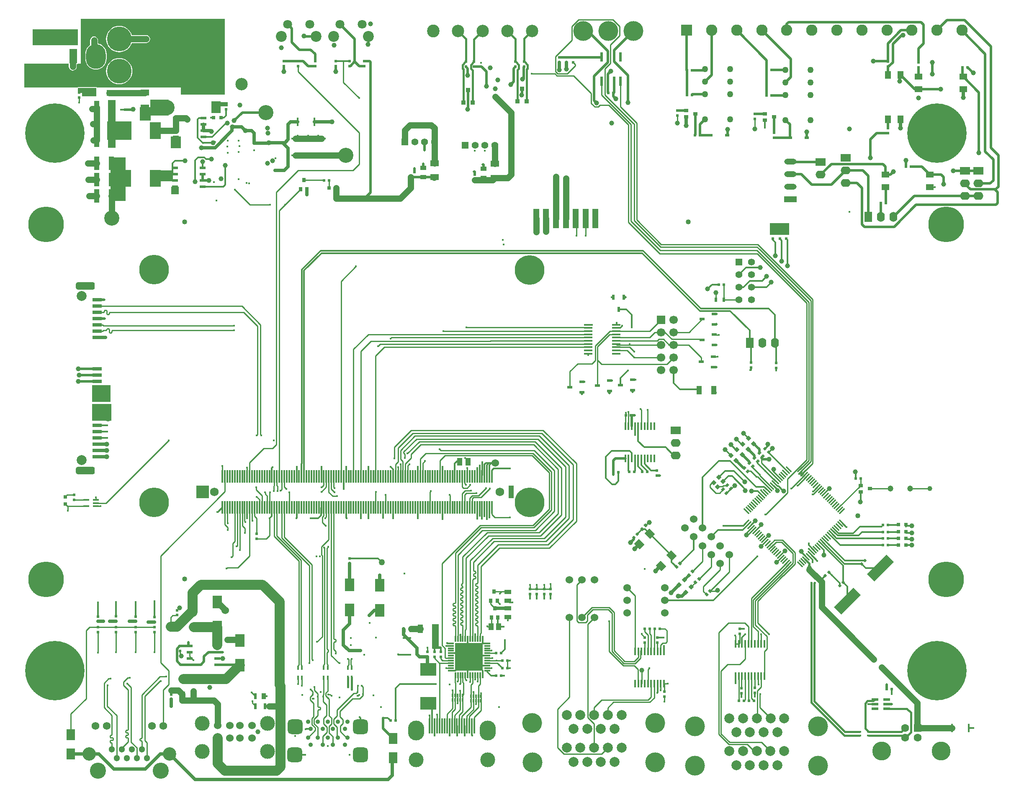
<source format=gtl>
G04 Layer_Physical_Order=1*
G04 Layer_Color=255*
%FSLAX44Y44*%
%MOMM*%
G71*
G01*
G75*
%ADD10C,0.3810*%
%ADD11C,0.2540*%
%ADD12P,0.7071X4X360.0*%
%ADD13P,0.7071X4X270.0*%
%ADD14R,0.5000X0.5000*%
%ADD15R,0.5000X0.5000*%
%ADD16R,1.8000X2.3000*%
%ADD17R,1.8034X0.4064*%
%ADD18R,1.8288X2.5654*%
%ADD19R,0.4064X1.8034*%
%ADD20R,1.1176X2.7178*%
%ADD21R,1.3000X0.9000*%
%ADD22R,3.3000X2.5000*%
%ADD23R,0.4500X0.4000*%
%ADD24R,0.5334X1.1684*%
%ADD25R,0.9398X1.1684*%
%ADD26R,1.5500X3.0000*%
G04:AMPARAMS|DCode=27|XSize=1.1112mm|YSize=0.4008mm|CornerRadius=0mm|HoleSize=0mm|Usage=FLASHONLY|Rotation=315.000|XOffset=0mm|YOffset=0mm|HoleType=Round|Shape=Rectangle|*
%AMROTATEDRECTD27*
4,1,4,-0.5346,0.2512,-0.2512,0.5346,0.5346,-0.2512,0.2512,-0.5346,-0.5346,0.2512,0.0*
%
%ADD27ROTATEDRECTD27*%

%ADD28R,0.8064X0.5500*%
%ADD29R,0.9000X0.9500*%
%ADD30R,0.9000X0.9500*%
%ADD31R,1.1176X1.8034*%
%ADD32R,1.7780X1.2700*%
%ADD33R,1.6510X1.1430*%
%ADD34R,0.8000X0.8000*%
%ADD35R,1.2000X1.1000*%
%ADD36R,1.1000X1.2000*%
%ADD37C,1.0160*%
%ADD38R,0.6048X0.9016*%
%ADD39R,0.7000X0.9000*%
%ADD40R,1.2000X0.5800*%
%ADD41R,0.9000X0.7000*%
%ADD42R,0.5000X0.6000*%
G04:AMPARAMS|DCode=43|XSize=0.5mm|YSize=0.6mm|CornerRadius=0mm|HoleSize=0mm|Usage=FLASHONLY|Rotation=45.000|XOffset=0mm|YOffset=0mm|HoleType=Round|Shape=Rectangle|*
%AMROTATEDRECTD43*
4,1,4,0.0353,-0.3889,-0.3889,0.0353,-0.0353,0.3889,0.3889,-0.0353,0.0353,-0.3889,0.0*
%
%ADD43ROTATEDRECTD43*%

%ADD44R,0.6000X0.5000*%
%ADD45R,1.0160X1.3970*%
%ADD46R,1.3970X0.8128*%
G04:AMPARAMS|DCode=47|XSize=0.5mm|YSize=0.6mm|CornerRadius=0mm|HoleSize=0mm|Usage=FLASHONLY|Rotation=315.000|XOffset=0mm|YOffset=0mm|HoleType=Round|Shape=Rectangle|*
%AMROTATEDRECTD47*
4,1,4,-0.3889,-0.0353,0.0353,0.3889,0.3889,0.0353,-0.0353,-0.3889,-0.3889,-0.0353,0.0*
%
%ADD47ROTATEDRECTD47*%

G04:AMPARAMS|DCode=48|XSize=1.6mm|YSize=1.4mm|CornerRadius=0mm|HoleSize=0mm|Usage=FLASHONLY|Rotation=135.000|XOffset=0mm|YOffset=0mm|HoleType=Round|Shape=Rectangle|*
%AMROTATEDRECTD48*
4,1,4,1.0607,-0.0707,0.0707,-1.0607,-1.0607,0.0707,-0.0707,1.0607,1.0607,-0.0707,0.0*
%
%ADD48ROTATEDRECTD48*%

G04:AMPARAMS|DCode=49|XSize=0.2794mm|YSize=1.4732mm|CornerRadius=0mm|HoleSize=0mm|Usage=FLASHONLY|Rotation=225.000|XOffset=0mm|YOffset=0mm|HoleType=Round|Shape=Rectangle|*
%AMROTATEDRECTD49*
4,1,4,-0.4221,0.6196,0.6196,-0.4221,0.4221,-0.6196,-0.6196,0.4221,-0.4221,0.6196,0.0*
%
%ADD49ROTATEDRECTD49*%

G04:AMPARAMS|DCode=50|XSize=0.2794mm|YSize=1.4732mm|CornerRadius=0mm|HoleSize=0mm|Usage=FLASHONLY|Rotation=135.000|XOffset=0mm|YOffset=0mm|HoleType=Round|Shape=Rectangle|*
%AMROTATEDRECTD50*
4,1,4,0.6196,0.4221,-0.4221,-0.6196,-0.6196,-0.4221,0.4221,0.6196,0.6196,0.4221,0.0*
%
%ADD50ROTATEDRECTD50*%

%ADD51R,1.0160X0.5588*%
%ADD52R,0.5588X1.0160*%
%ADD53R,1.1684X0.3556*%
%ADD54R,1.6764X0.3556*%
%ADD55R,0.4000X1.6000*%
%ADD56R,1.3208X0.5588*%
%ADD57R,0.5588X1.9812*%
%ADD58R,1.5000X1.3000*%
%ADD59R,1.3000X1.5000*%
%ADD60R,1.2700X0.3048*%
%ADD61R,0.3048X1.2700*%
%ADD62R,5.5880X5.5880*%
%ADD63R,0.3000X3.0480*%
%ADD64R,0.3000X0.7024*%
%ADD65R,0.4000X0.7024*%
%ADD66R,2.2860X3.4290*%
%ADD67R,0.4000X0.9024*%
%ADD68R,0.9024X0.4000*%
%ADD69R,0.8000X0.8000*%
%ADD70P,1.1314X4X270.0*%
G04:AMPARAMS|DCode=71|XSize=0.8mm|YSize=0.8mm|CornerRadius=0mm|HoleSize=0mm|Usage=FLASHONLY|Rotation=225.000|XOffset=0mm|YOffset=0mm|HoleType=Round|Shape=Rectangle|*
%AMROTATEDRECTD71*
4,1,4,0.0000,0.5657,0.5657,0.0000,0.0000,-0.5657,-0.5657,0.0000,0.0000,0.5657,0.0*
%
%ADD71ROTATEDRECTD71*%

%ADD72R,0.8000X0.8000*%
%ADD73R,0.8000X0.8000*%
%ADD74P,1.1314X4X180.0*%
G04:AMPARAMS|DCode=75|XSize=0.8mm|YSize=0.8mm|CornerRadius=0mm|HoleSize=0mm|Usage=FLASHONLY|Rotation=135.000|XOffset=0mm|YOffset=0mm|HoleType=Round|Shape=Rectangle|*
%AMROTATEDRECTD75*
4,1,4,0.5657,0.0000,0.0000,-0.5657,-0.5657,0.0000,0.0000,0.5657,0.5657,0.0000,0.0*
%
%ADD75ROTATEDRECTD75*%

%ADD76R,1.1176X1.4986*%
%ADD77R,1.9000X0.6500*%
%ADD78R,1.2700X4.0000*%
G04:AMPARAMS|DCode=79|XSize=5.6mm|YSize=2.1mm|CornerRadius=0mm|HoleSize=0mm|Usage=FLASHONLY|Rotation=225.000|XOffset=0mm|YOffset=0mm|HoleType=Round|Shape=Rectangle|*
%AMROTATEDRECTD79*
4,1,4,1.2374,2.7224,2.7224,1.2374,-1.2374,-2.7224,-2.7224,-1.2374,1.2374,2.7224,0.0*
%
%ADD79ROTATEDRECTD79*%

%ADD80R,1.0160X2.5400*%
%ADD81R,2.5400X2.5400*%
%ADD82R,0.3302X2.5400*%
%ADD83C,0.2500*%
%ADD84C,0.3048*%
%ADD85C,0.6350*%
%ADD86C,0.5080*%
%ADD87C,1.2700*%
%ADD88C,2.0000*%
%ADD89R,2.9483X1.6510*%
%ADD90R,4.9530X3.8100*%
%ADD91R,1.5240X9.7409*%
%ADD92R,3.6830X3.3020*%
%ADD93R,2.2225X2.7940*%
%ADD94R,2.0320X2.4130*%
%ADD95R,1.5240X1.5240*%
%ADD96R,3.5477X2.2860*%
%ADD97R,3.0480X8.7630*%
%ADD98R,3.8100X1.0160*%
%ADD99R,1.9050X2.4130*%
%ADD100R,3.1750X0.8730*%
%ADD101R,9.1440X3.1750*%
%ADD102R,3.9370X3.4290*%
%ADD103R,1.3462X4.9657*%
%ADD104R,1.7272X0.5080*%
%ADD105R,3.9020X2.4130*%
%ADD106R,3.6830X3.4290*%
%ADD107C,1.5240*%
%ADD108C,1.7000*%
%ADD109R,1.7000X1.7000*%
%ADD110C,2.7000*%
%ADD111C,1.3000*%
%ADD112C,3.2500*%
%ADD113C,1.5748*%
%ADD114C,1.3970*%
%ADD115R,1.3970X1.3970*%
%ADD116C,0.9000*%
G04:AMPARAMS|DCode=117|XSize=3mm|YSize=3mm|CornerRadius=0.75mm|HoleSize=0mm|Usage=FLASHONLY|Rotation=90.000|XOffset=0mm|YOffset=0mm|HoleType=Round|Shape=RoundedRectangle|*
%AMROUNDEDRECTD117*
21,1,3.0000,1.5000,0,0,90.0*
21,1,1.5000,3.0000,0,0,90.0*
1,1,1.5000,0.7500,0.7500*
1,1,1.5000,0.7500,-0.7500*
1,1,1.5000,-0.7500,-0.7500*
1,1,1.5000,-0.7500,0.7500*
%
%ADD117ROUNDEDRECTD117*%
%ADD118C,3.0000*%
%ADD119C,1.4000*%
%ADD120R,1.4000X1.4000*%
%ADD121C,5.0000*%
%ADD122O,4.0000X5.0000*%
%ADD123C,3.8000*%
%ADD124R,1.6000X1.6000*%
%ADD125C,1.6000*%
%ADD126C,4.0000*%
%ADD127C,2.0000*%
%ADD128O,2.0000X1.6000*%
%ADD129R,2.0000X1.6000*%
%ADD130O,1.6000X2.0000*%
%ADD131R,1.6000X2.0000*%
%ADD132C,1.2700*%
%ADD133C,1.2000*%
%ADD134R,2.2860X2.2860*%
%ADD135C,2.2860*%
%ADD136C,2.5000*%
%ADD137O,2.5000X2.6000*%
%ADD138C,1.8000*%
%ADD139C,2.2000*%
%ADD140R,2.5000X1.2000*%
%ADD141O,2.5000X1.2000*%
%ADD142C,3.0000*%
%ADD143O,3.3000X4.0000*%
%ADD144C,3.0480*%
G04:AMPARAMS|DCode=145|XSize=1.524mm|YSize=3.81mm|CornerRadius=0.381mm|HoleSize=0mm|Usage=FLASHONLY|Rotation=90.000|XOffset=0mm|YOffset=0mm|HoleType=Round|Shape=RoundedRectangle|*
%AMROUNDEDRECTD145*
21,1,1.5240,3.0480,0,0,90.0*
21,1,0.7620,3.8100,0,0,90.0*
1,1,0.7620,1.5240,0.3810*
1,1,0.7620,1.5240,-0.3810*
1,1,0.7620,-1.5240,-0.3810*
1,1,0.7620,-1.5240,0.3810*
%
%ADD145ROUNDEDRECTD145*%
%ADD146C,1.7526*%
%ADD147C,0.4500*%
%ADD148C,1.0000*%
%ADD149C,0.7620*%
%ADD150C,0.4500*%
%ADD151C,12.0000*%
%ADD152C,7.2000*%
%ADD153C,6.0000*%
G36*
X521970Y1403096D02*
X433070D01*
X433070Y1417320D01*
X263744Y1417320D01*
X262890Y1417674D01*
X233407D01*
X233407Y1417674D01*
X224790D01*
X223936Y1417320D01*
X116840D01*
Y1465580D01*
X206646D01*
X206712Y1465421D01*
Y1459230D01*
X206982Y1457181D01*
X207773Y1455271D01*
X209031Y1453631D01*
X210671Y1452373D01*
X212581Y1451582D01*
X214630Y1451312D01*
X216679Y1451582D01*
X218589Y1452373D01*
X220229Y1453631D01*
X221487Y1455271D01*
X222278Y1457181D01*
X222548Y1459230D01*
Y1464246D01*
X223650D01*
X224798Y1464722D01*
X225154Y1465580D01*
X231140D01*
Y1555750D01*
X521970D01*
Y1403096D01*
D02*
G37*
%LPC*%
G36*
X308610Y1476692D02*
X304452Y1476365D01*
X300396Y1475391D01*
X296542Y1473795D01*
X292985Y1471615D01*
X289814Y1468906D01*
X287105Y1465735D01*
X284925Y1462178D01*
X283329Y1458324D01*
X282355Y1454268D01*
X282028Y1450110D01*
X282355Y1445952D01*
X283329Y1441896D01*
X284925Y1438042D01*
X287105Y1434485D01*
X289814Y1431314D01*
X292985Y1428605D01*
X296542Y1426425D01*
X300396Y1424829D01*
X304452Y1423855D01*
X308610Y1423528D01*
X312768Y1423855D01*
X316824Y1424829D01*
X320678Y1426425D01*
X324235Y1428605D01*
X327406Y1431314D01*
X330115Y1434485D01*
X332295Y1438042D01*
X333891Y1441896D01*
X334865Y1445952D01*
X335192Y1450110D01*
X334865Y1454268D01*
X333891Y1458324D01*
X332295Y1462178D01*
X330115Y1465735D01*
X327406Y1468906D01*
X324235Y1471615D01*
X320678Y1473795D01*
X316824Y1475391D01*
X312768Y1476365D01*
X308610Y1476692D01*
D02*
G37*
G36*
Y1541692D02*
X304452Y1541365D01*
X300396Y1540391D01*
X296542Y1538795D01*
X292985Y1536615D01*
X289814Y1533906D01*
X287105Y1530735D01*
X284925Y1527178D01*
X283329Y1523324D01*
X282355Y1519268D01*
X282028Y1515110D01*
X282355Y1510952D01*
X283329Y1506896D01*
X284925Y1503042D01*
X287105Y1499485D01*
X289814Y1496314D01*
X292985Y1493605D01*
X296542Y1491425D01*
X300396Y1489829D01*
X304452Y1488855D01*
X308610Y1488528D01*
X312768Y1488855D01*
X316824Y1489829D01*
X320678Y1491425D01*
X324235Y1493605D01*
X327406Y1496314D01*
X330115Y1499485D01*
X332295Y1503042D01*
X333891Y1506896D01*
X333962Y1507192D01*
X363220D01*
X365269Y1507462D01*
X367179Y1508253D01*
X368819Y1509511D01*
X370077Y1511151D01*
X370868Y1513061D01*
X371138Y1515110D01*
X370868Y1517159D01*
X370077Y1519069D01*
X368819Y1520709D01*
X367179Y1521967D01*
X365269Y1522758D01*
X363220Y1523028D01*
X333962D01*
X333891Y1523324D01*
X332295Y1527178D01*
X330115Y1530735D01*
X327406Y1533906D01*
X324235Y1536615D01*
X320678Y1538795D01*
X316824Y1540391D01*
X312768Y1541365D01*
X308610Y1541692D01*
D02*
G37*
G36*
X257810Y1520488D02*
X255761Y1520218D01*
X253851Y1519427D01*
X252211Y1518169D01*
X250953Y1516529D01*
X250162Y1514619D01*
X249892Y1512570D01*
Y1503225D01*
X249607Y1503073D01*
X246334Y1500386D01*
X243647Y1497112D01*
X241650Y1493378D01*
X240421Y1489325D01*
X240006Y1485110D01*
Y1475110D01*
X240421Y1470895D01*
X241650Y1466842D01*
X243647Y1463107D01*
X246334Y1459834D01*
X249607Y1457147D01*
X253342Y1455150D01*
X257395Y1453921D01*
X261610Y1453506D01*
X265825Y1453921D01*
X269877Y1455150D01*
X273612Y1457147D01*
X276886Y1459834D01*
X279573Y1463107D01*
X281569Y1466842D01*
X282799Y1470895D01*
X283214Y1475110D01*
Y1485110D01*
X282799Y1489325D01*
X281569Y1493378D01*
X279573Y1497112D01*
X276886Y1500386D01*
X273612Y1503073D01*
X269877Y1505069D01*
X265825Y1506299D01*
X265728Y1506308D01*
Y1512570D01*
X265458Y1514619D01*
X264667Y1516529D01*
X263409Y1518169D01*
X261769Y1519427D01*
X259859Y1520218D01*
X257810Y1520488D01*
D02*
G37*
%LPD*%
D10*
X1701197Y445103D02*
G03*
X1704340Y452691I-7588J7588D01*
G01*
D02*
G03*
X1707483Y445103I10731J0D01*
G01*
X1708345Y415290D02*
X1708690Y414945D01*
X1714500D02*
X1714845Y415290D01*
X1714500Y175857D02*
Y414945D01*
X1890550Y114490D02*
X1898090Y122030D01*
X1893630Y106490D02*
X1898090Y102030D01*
X1003245Y1455400D02*
Y1463220D01*
X1004620Y1386840D02*
Y1454025D01*
X1019755Y1455320D02*
Y1463140D01*
X1023620Y1386840D02*
Y1451455D01*
X1019755Y1455320D02*
X1023620Y1451455D01*
X993470Y1531620D02*
X1009650Y1515440D01*
Y1469310D02*
Y1515440D01*
X1026160Y1469230D02*
Y1514310D01*
X1043470Y1531620D01*
X1025845Y1469230D02*
X1026160D01*
X1019755Y1463140D02*
X1025845Y1469230D01*
X1009335Y1469310D02*
X1009650D01*
X1003245Y1463220D02*
X1009335Y1469310D01*
X1003245Y1455400D02*
X1004620Y1454025D01*
X1109980Y1469310D02*
Y1515110D01*
Y1469310D02*
X1110295D01*
X1093470Y1531620D02*
X1109980Y1515110D01*
X1113840Y1389380D02*
Y1452855D01*
X1116385Y1455400D01*
X1110295Y1469310D02*
X1116385Y1463220D01*
Y1455400D02*
Y1463220D01*
X1127760Y1515910D02*
X1143470Y1531620D01*
X1132840Y1389380D02*
Y1454075D01*
X1134165Y1455400D01*
X1127760Y1469310D02*
X1128075D01*
X1127760D02*
Y1515910D01*
X1134165Y1455400D02*
Y1463220D01*
X1128075Y1469310D02*
X1134165Y1463220D01*
X1695922Y462939D02*
X1704340Y454520D01*
Y441960D02*
Y454520D01*
X1833881Y176379D02*
X1837182Y179680D01*
X1821922Y176379D02*
X1833881D01*
X1817370Y171827D02*
X1821922Y176379D01*
X1817370Y121200D02*
Y171827D01*
Y121200D02*
X1824080Y114490D01*
X1861058Y160680D02*
X1901800D01*
X1909495Y152985D01*
Y113435D02*
Y152985D01*
X1898090Y102030D02*
X1909495Y113435D01*
X1824080Y106490D02*
X1824842D01*
X1893630D01*
X1824080Y114490D02*
X1824842D01*
X1890550D01*
X778510Y224050D02*
X778890Y224430D01*
X770890Y204470D02*
Y223668D01*
Y224430D01*
X778510Y199390D02*
Y224050D01*
X1775650Y106490D02*
X1804818D01*
X1708690Y173450D02*
X1775650Y106490D01*
X1708690Y173450D02*
Y414945D01*
X1714500Y175857D02*
X1775867Y114490D01*
X1804818D01*
X1805580D01*
X1805199Y106871D02*
X1805580Y106490D01*
D11*
X1608444Y667396D02*
G03*
X1607546Y665228I2168J-2168D01*
G01*
D02*
G03*
X1606647Y667396I-3066J0D01*
G01*
X742315Y139573D02*
X749300Y146558D01*
X742315Y130175D02*
Y139573D01*
Y130175D02*
X749300Y123190D01*
Y146558D02*
Y158077D01*
X767828Y102630D02*
X770410D01*
X755904Y114554D02*
X767828Y102630D01*
X755904Y114554D02*
Y125984D01*
X760730Y130810D01*
X749300Y103740D02*
Y123190D01*
X690410Y102630D02*
X704850Y117070D01*
X517398Y630936D02*
Y651510D01*
X567398Y630936D02*
Y647992D01*
X1012398Y630936D02*
Y647619D01*
X757398Y630936D02*
Y1025368D01*
X962540Y257930D02*
X979170D01*
X762000Y1427480D02*
Y1470500D01*
Y1427480D02*
X793750Y1395730D01*
X757398Y1025368D02*
X787400Y1055370D01*
X1012190Y647827D02*
X1012398Y647619D01*
X1093390Y242920D02*
X1093740Y242570D01*
X1098550D01*
X1093470Y258160D02*
X1098390D01*
X1093390D02*
X1093470D01*
X1635832Y620958D02*
X1637656D01*
X932180Y275510D02*
Y284480D01*
X1381500Y924300D02*
X1404620Y947420D01*
X1313434Y924300D02*
X1381500D01*
X1300857D02*
X1313434D01*
X1271270Y894713D02*
X1300857Y924300D01*
X1404620Y922020D02*
X1412240D01*
X1426370Y907890D01*
X1379220Y537210D02*
X1380490D01*
X1373317Y531307D02*
X1379220Y537210D01*
X1485900Y862330D02*
Y871220D01*
X1460500Y896620D02*
X1485900Y871220D01*
X1430020Y896620D02*
X1460500D01*
X227330Y1386840D02*
Y1397000D01*
X1616268Y553720D02*
X1660040Y597492D01*
X1615440Y553720D02*
X1616268D01*
X1606497Y601861D02*
Y602249D01*
Y601861D02*
X1612907Y595451D01*
X1322070Y1378003D02*
X1355090Y1344983D01*
Y1149350D02*
Y1344983D01*
X1291106Y1402141D02*
X1348740Y1344507D01*
X1350010Y1148080D02*
Y1343237D01*
X1348740Y1344507D02*
X1350010Y1343237D01*
X1613880Y1086193D02*
X1711150Y988923D01*
X1613827Y1086193D02*
X1613880D01*
X1322070Y1378003D02*
Y1429512D01*
X1343660Y1146810D02*
Y1342390D01*
X1283970Y1402080D02*
X1343660Y1342390D01*
X1338580Y1144270D02*
Y1341757D01*
X1298893Y1381443D02*
X1338580Y1341757D01*
X1603109Y1090138D02*
X1707110Y986137D01*
X1338580Y758917D02*
Y760730D01*
X1338190Y758528D02*
X1338580Y758917D01*
X1338190Y732790D02*
Y758528D01*
Y732790D02*
X1338730Y732250D01*
X1333500Y754380D02*
Y759460D01*
X1332230Y753110D02*
X1333500Y754380D01*
X1332230Y732250D02*
Y753110D01*
X1391920Y922020D02*
X1404620D01*
X1381200Y911300D02*
X1391920Y922020D01*
X1313434Y911300D02*
X1381200D01*
X1512062Y959190D02*
X1517310D01*
X1264920Y858520D02*
X1271270Y864870D01*
X1335930Y885300D02*
X1350010Y871220D01*
X1271270Y864870D02*
Y894713D01*
X1340860Y891800D02*
X1350010Y882650D01*
X1313434Y891800D02*
X1340860D01*
X1409288Y907890D02*
X1420558Y896620D01*
X1430020D01*
X1399952Y907890D02*
X1409288D01*
X1396862Y904800D02*
X1399952Y907890D01*
X1313434Y904800D02*
X1396862D01*
X1313434Y885300D02*
X1335930D01*
X1350010Y871220D02*
X1404620D01*
X1275588Y866140D02*
Y893318D01*
Y814070D02*
Y866140D01*
X1284478Y857250D01*
X1416050D01*
X1430020Y871220D01*
X1300070Y917800D02*
X1313434D01*
X1275588Y893318D02*
X1300070Y917800D01*
X1487678Y906780D02*
Y907890D01*
X1461008Y922020D02*
X1487678Y948690D01*
X1430020Y922020D02*
X1461008D01*
X1313434Y898300D02*
X1315114Y896620D01*
X261620Y583588D02*
Y588010D01*
X261112Y583080D02*
X261620Y583588D01*
X270360Y570080D02*
X270510Y570230D01*
X261112Y570080D02*
X270360D01*
X1711444Y600366D02*
X1720670Y609593D01*
X1518580Y872830D02*
X1518920Y872490D01*
X1510284Y872830D02*
X1518580D01*
X1299210Y276860D02*
Y337820D01*
X1357480Y211360D02*
X1358300D01*
X1350010Y247650D02*
X1357480Y240180D01*
X1328420Y247650D02*
X1350010D01*
X1299210Y276860D02*
X1328420Y247650D01*
X1237210Y335050D02*
X1251990D01*
X1234210Y338050D02*
X1237210Y335050D01*
X1234210Y338050D02*
Y372340D01*
X1266593Y361720D02*
X1297537D01*
X1254990Y350117D02*
X1266593Y361720D01*
X1254990Y338050D02*
Y350117D01*
X1264920Y365760D02*
X1299210D01*
X1297537Y361720D02*
X1305330Y353927D01*
X1299210Y365760D02*
X1309370Y355600D01*
X1251990Y335050D02*
X1254990Y338050D01*
X1234440Y411480D02*
X1244600Y421640D01*
X1234440Y372570D02*
Y411480D01*
X1234210Y372340D02*
X1234440Y372570D01*
X1305330Y276457D02*
Y353927D01*
X1309370Y278130D02*
Y355600D01*
X1305330Y276457D02*
X1329287Y252500D01*
X1352236D01*
X1363070Y263334D01*
Y278407D02*
X1364617Y276860D01*
X1364800D01*
X1336040Y405130D02*
X1351800Y389370D01*
Y276860D02*
Y389370D01*
X1358300Y264830D02*
Y276860D01*
X1350010Y256540D02*
X1358300Y264830D01*
X1330960Y256540D02*
X1350010D01*
X1309370Y278130D02*
X1330960Y256540D01*
X1256245Y331685D02*
X1270000Y345440D01*
X1256245Y143000D02*
Y331685D01*
Y143000D02*
X1268965Y130281D01*
Y81740D02*
Y130281D01*
X1384300Y184150D02*
Y211360D01*
X1378267Y178117D02*
X1384300Y184150D01*
X1284287Y178117D02*
X1378267D01*
X1269015Y162845D02*
X1284287Y178117D01*
X1269015Y148290D02*
Y162845D01*
X1390800Y183030D02*
Y211360D01*
X1381760Y173990D02*
X1390800Y183030D01*
X1308100Y173990D02*
X1381760D01*
X1296765Y162655D02*
X1308100Y173990D01*
X1296765Y148290D02*
Y162655D01*
X1139190Y402510D02*
Y411480D01*
X1153160Y402510D02*
Y411480D01*
X1168400Y402430D02*
Y411480D01*
X1181100Y402430D02*
Y412750D01*
X1168400Y402430D02*
X1181100D01*
X1168320Y402510D02*
X1168400Y402430D01*
X1153160Y402510D02*
X1168320D01*
X1139190D02*
X1153160D01*
X1659890Y604078D02*
Y625473D01*
Y604078D02*
X1660040Y603928D01*
Y597492D02*
Y603928D01*
X1659890Y625473D02*
X1699030Y664613D01*
Y981307D01*
X1280672Y1381443D02*
X1298893D01*
X1277028Y1377800D02*
X1280672Y1381443D01*
X1270592Y1377800D02*
X1277028D01*
X1263420Y1384972D02*
X1270592Y1377800D01*
X1263420Y1384972D02*
Y1404850D01*
X1227200Y1441070D02*
X1263420Y1404850D01*
X1193988Y1441070D02*
X1227200D01*
X1189798Y1445260D02*
X1193988Y1441070D01*
X1143000Y1445260D02*
X1189798D01*
X1541377Y88670D02*
X1578840D01*
X1521460Y108587D02*
Y314960D01*
Y108587D02*
X1541377Y88670D01*
X1543050Y92710D02*
X1608035D01*
X1525500Y110260D02*
X1543050Y92710D01*
X1525500Y110260D02*
Y236450D01*
X1578840Y88670D02*
X1592580Y74930D01*
X1608035Y92710D02*
X1625815Y74930D01*
X1539240Y250190D02*
X1563370D01*
X1574500Y261320D01*
X1525500Y236450D02*
X1539240Y250190D01*
X1574500Y261320D02*
Y292100D01*
X1521460Y314960D02*
X1540510Y334010D01*
X1592580Y74930D02*
X1598090D01*
X1554480Y308610D02*
X1555000Y308090D01*
Y292100D02*
Y308090D01*
Y292100D02*
X1561500D01*
X1563230Y293830D01*
Y312360D01*
X1563370Y312500D01*
X1581000Y292100D02*
Y326540D01*
X1573530Y334010D02*
X1581000Y326540D01*
X1540510Y334010D02*
X1573530D01*
X1600500Y210520D02*
Y226600D01*
Y210520D02*
X1601470Y209550D01*
X1604010Y189230D02*
X1605280Y190500D01*
X1604010Y163360D02*
Y189230D01*
Y163360D02*
X1625890Y141480D01*
X1607000Y204920D02*
Y226600D01*
X1599120Y197040D02*
X1607000Y204920D01*
X1599120Y142460D02*
Y197040D01*
X1598140Y141480D02*
X1599120Y142460D01*
X1587500Y181530D02*
X1592500Y176530D01*
X1587500Y181530D02*
Y226600D01*
X1561500Y177210D02*
X1562180Y176530D01*
X1561500Y177210D02*
Y226600D01*
X1572180Y176530D02*
X1574500Y178850D01*
Y226600D01*
X1581000Y178030D02*
X1582500Y176530D01*
X1581000Y178030D02*
Y226600D01*
X1593850Y226450D02*
X1594000Y226600D01*
X1593850Y203120D02*
Y226450D01*
X1567180Y225780D02*
X1568000Y226600D01*
X1567180Y201930D02*
Y225780D01*
X1600200Y334010D02*
X1623060Y311150D01*
X1600200Y334010D02*
Y378567D01*
X1600500Y292100D02*
Y317200D01*
X1591080Y326620D02*
X1600500Y317200D01*
X1591080Y326620D02*
Y381007D01*
X1618270Y281330D02*
Y307050D01*
X1595120Y330200D02*
X1618270Y307050D01*
X1595120Y330200D02*
Y379200D01*
X1659286Y443366D01*
X1591080Y381007D02*
X1662405Y452332D01*
X1587040Y384038D02*
X1658869Y455868D01*
X1587040Y292560D02*
Y384038D01*
X1600200Y378567D02*
X1651192Y429558D01*
X1587040Y292560D02*
X1587500Y292100D01*
X1671371Y455405D02*
Y474487D01*
X1606550Y292550D02*
X1607000Y292100D01*
X1606550Y292550D02*
Y311150D01*
X1651192Y429558D02*
X1651238D01*
X1675411Y453732D01*
Y476161D01*
X1649692Y501880D02*
X1675411Y476161D01*
X1659332Y443366D02*
X1671371Y455405D01*
X1648018Y497840D02*
X1671371Y474487D01*
X1634171Y501880D02*
X1649692D01*
X1623514Y491223D02*
X1634171Y501880D01*
X1637202Y497840D02*
X1648018D01*
X1627050Y487687D02*
X1637202Y497840D01*
X1613500Y226600D02*
Y276560D01*
X1618270Y281330D01*
X1659286Y443366D02*
X1659332D01*
X1416050Y295910D02*
Y318770D01*
X1412240Y322580D02*
X1416050Y318770D01*
X1402080Y322580D02*
X1412240D01*
X1413450Y293310D02*
X1416050Y295910D01*
X1407621Y293310D02*
X1413450D01*
X1403800Y276860D02*
Y289489D01*
X1407621Y293310D01*
X1390800Y321300D02*
X1392080Y322580D01*
X1390800Y276860D02*
Y321300D01*
X1381760Y312420D02*
Y322580D01*
Y312420D02*
X1384300Y309880D01*
Y276860D02*
Y309880D01*
X1371760Y316070D02*
Y322580D01*
Y316070D02*
X1377800Y310030D01*
Y276860D02*
Y310030D01*
X1371300Y276860D02*
X1371600Y277160D01*
Y294720D01*
X1397000Y277160D02*
X1397300Y276860D01*
X1397000Y277160D02*
Y294640D01*
X1403350Y198120D02*
X1403800Y198570D01*
Y211360D01*
X1410300D02*
X1417860D01*
X1410300D02*
X1410970Y210690D01*
Y195420D02*
Y210690D01*
X1667510Y605790D02*
Y605958D01*
X1680210Y611558D02*
X1699457Y630806D01*
X1667510Y605958D02*
X1695894Y634341D01*
X1695922D01*
X1684598Y635982D02*
X1688851Y640234D01*
X1687629Y631942D02*
X1692386Y636699D01*
X1377800Y239880D02*
X1380490Y242570D01*
X1377800Y211360D02*
Y239880D01*
X1364800Y211360D02*
X1365250Y211810D01*
Y238760D01*
X1607546Y657381D02*
Y668294D01*
Y657381D02*
X1641192Y623735D01*
X1522558Y596900D02*
X1529629Y603971D01*
X1515110Y596900D02*
X1522558D01*
X1503680Y608330D02*
X1515110Y596900D01*
X1503680Y608330D02*
Y613410D01*
X1508760Y618490D01*
X1538519Y611780D02*
Y612861D01*
X1518920Y609600D02*
Y610630D01*
X1529200D02*
X1530350Y611780D01*
X1536700Y596900D02*
X1545590Y605790D01*
X1465093Y406851D02*
X1474257Y416016D01*
X1621790Y678492D02*
Y679450D01*
Y678492D02*
X1658869Y641412D01*
X1627050Y609593D02*
Y609772D01*
X1621790Y679450D02*
X1629410Y687070D01*
X1545590Y605790D02*
X1546860D01*
X1553210Y612140D01*
X1685315Y644948D02*
Y645185D01*
X1688851Y640234D02*
Y641412D01*
X1682242Y635982D02*
X1684598D01*
X1291106Y1455047D02*
X1302234Y1466174D01*
Y1503712D01*
X1320710Y1522188D01*
Y1541052D01*
X1307372Y1554390D02*
X1320710Y1541052D01*
X1237708Y1554390D02*
X1307372D01*
X1224370Y1541052D02*
X1237708Y1554390D01*
X1224370Y1513027D02*
Y1541052D01*
X1191110Y1479767D02*
X1224370Y1513027D01*
X1191110Y1449662D02*
Y1479767D01*
Y1449662D02*
X1195662Y1445110D01*
X1226820Y1468120D02*
X1231090Y1463850D01*
X1692386Y636699D02*
Y637877D01*
X1686271Y631942D02*
X1687629D01*
X1283970Y1402080D02*
Y1429512D01*
X1291106Y1402141D02*
Y1455047D01*
X1763097Y567166D02*
Y567517D01*
X1807870Y612290D01*
Y625660D01*
X1808320Y626110D01*
X1826870Y605790D02*
X1868170D01*
X1908170D02*
X1948180D01*
X732790Y1214120D02*
Y1229360D01*
X681990Y1229970D02*
X722180D01*
X722790Y1229360D01*
X1531620Y988060D02*
X1562100D01*
X1515572D02*
Y1001568D01*
X1515110Y1002030D02*
X1515572Y1001568D01*
X1630680Y1131570D02*
X1631950D01*
X1531620Y988060D02*
Y1018380D01*
X1531460Y1018540D02*
X1531620Y1018380D01*
X1657350Y1121250D02*
Y1132840D01*
X1615440Y641350D02*
X1635832Y620958D01*
X1637656Y620199D02*
Y620958D01*
X1598656Y658134D02*
X1615440Y641350D01*
X1598656Y658134D02*
Y659404D01*
X1593850Y1333500D02*
Y1353900D01*
X1604010Y632632D02*
X1627050Y609593D01*
X1604010Y632632D02*
Y633730D01*
X1589766Y647974D02*
X1604010Y633730D01*
X1589766Y647974D02*
Y650514D01*
X1437640Y1344930D02*
Y1360170D01*
X1597660Y629920D02*
X1599651D01*
X1623514Y606057D01*
X1580876Y641624D02*
X1585956D01*
X1597660Y629920D01*
X1195070Y160020D02*
X1219200Y184150D01*
Y345440D01*
X1208226Y68970D02*
X1283920D01*
X1195070Y82126D02*
X1208226Y68970D01*
X1195070Y82126D02*
Y160020D01*
X1283920Y68970D02*
X1296690Y81740D01*
X228750Y570080D02*
X241808D01*
X228600Y570230D02*
X228750Y570080D01*
X241578Y582850D02*
X241808Y583080D01*
X1410970Y175260D02*
Y185420D01*
X1231090Y1461402D02*
Y1463850D01*
X1195662Y1445110D02*
X1214798D01*
X1231090Y1461402D01*
X1365250Y311070D02*
X1371600Y304720D01*
X1365250Y311070D02*
Y312420D01*
X1313434Y930800D02*
X1321031D01*
X1325626Y935395D01*
X1948180Y1215390D02*
X1958340D01*
X1512062Y917280D02*
X1512402Y916940D01*
X1521460D01*
X1506220Y447979D02*
Y472440D01*
X1481328Y423087D02*
X1506220Y447979D01*
X1488259Y458289D02*
Y490401D01*
X1468120Y438150D02*
X1488259Y458289D01*
X1503406Y398506D02*
X1517376D01*
X1518920Y400050D01*
X1489710Y398059D02*
X1496335Y391435D01*
X1489710Y398059D02*
Y407670D01*
X1524181Y442141D01*
Y454479D01*
X1542141Y437241D02*
Y472440D01*
X1503406Y398506D02*
X1542141Y437241D01*
X601168Y186090D02*
X607060D01*
X793750Y188750D02*
Y189230D01*
X790870Y186500D02*
X791020D01*
X734950Y189610D02*
X737870Y186690D01*
X731520Y189610D02*
X734950D01*
X760730Y130810D02*
Y139015D01*
X755110Y144635D02*
X760730Y139015D01*
X798830Y207010D02*
X801370Y204470D01*
Y190500D02*
Y204470D01*
X790870Y206670D02*
X791210Y207010D01*
X790870Y194500D02*
Y206670D01*
X794530Y181095D02*
X801370Y187935D01*
Y190500D01*
X783128Y191905D02*
X788275D01*
X790870Y194500D01*
X749300Y103740D02*
X750410Y102630D01*
X265430Y273720D02*
Y315790D01*
X302260Y274990D02*
Y315630D01*
Y315710D01*
X341630Y274990D02*
Y315710D01*
X379730Y274990D02*
Y315710D01*
X341630Y325710D02*
X379730D01*
X302340D02*
X341630D01*
X302260Y325630D02*
X302340Y325710D01*
X265590Y325630D02*
X302260D01*
X265430Y325790D02*
X265590Y325630D01*
X749300Y158077D02*
X783128Y191905D01*
X780535Y181095D02*
X794530D01*
X755110Y144635D02*
Y155670D01*
X780535Y181095D01*
X1097788Y375920D02*
X1104265D01*
X1094740Y378968D02*
X1097788Y375920D01*
X1094740Y339344D02*
Y345948D01*
X998500Y211100D02*
Y228600D01*
X998220Y210820D02*
X998500Y211100D01*
X1028500Y219910D02*
Y228600D01*
Y219910D02*
X1028700Y219710D01*
X970640Y242930D02*
X979170D01*
X970280Y242570D02*
X970640Y242930D01*
X1052830D02*
X1061360D01*
X1061720Y242570D01*
X1052830Y277930D02*
X1061520D01*
X1061720Y278130D01*
X946150Y262890D02*
Y265590D01*
X1600200Y1099820D02*
X1613827Y1086193D01*
X1598507Y1094740D02*
X1603109Y1090138D01*
X1685315Y644948D02*
X1703070Y662703D01*
X1711150Y656820D02*
Y988923D01*
X1707110Y660850D02*
Y986137D01*
X1404620Y1099820D02*
X1600200D01*
X1355090Y1149350D02*
X1404620Y1099820D01*
X1403350Y1094740D02*
X1598507D01*
X1350010Y1148080D02*
X1403350Y1094740D01*
X1703070Y662703D02*
Y982980D01*
X1598295Y1087755D02*
X1703070Y982980D01*
X1402715Y1087755D02*
X1598295D01*
X1343660Y1146810D02*
X1402715Y1087755D01*
X1598996Y1081341D02*
X1699030Y981307D01*
X1338580Y1144270D02*
X1401509Y1081341D01*
X1598996D01*
X958850Y261620D02*
Y265510D01*
X951600Y126310D02*
Y148220D01*
X951230Y148590D02*
X951600Y148220D01*
X956600Y126310D02*
Y252440D01*
X946150Y262890D02*
X956600Y252440D01*
X957090Y252930D01*
X960441D01*
X960581Y252790D01*
X964739D01*
X964879Y252930D01*
X979170D01*
X958850Y261620D02*
X962540Y257930D01*
X582398Y550442D02*
Y567776D01*
Y550442D02*
X586740Y546100D01*
Y514270D02*
Y546100D01*
X217172Y582850D02*
X241578D01*
X203440Y570230D02*
X228600D01*
X199390Y589280D02*
X203120Y593010D01*
X217170D01*
X1251900Y1116960D02*
Y1151890D01*
X1233170Y1117600D02*
Y1150620D01*
X1231900Y1151890D02*
X1233170Y1150620D01*
X542290Y1210310D02*
X572770Y1179830D01*
X613410D01*
X1686271Y631942D02*
X1711150Y656820D01*
X1357480Y211360D02*
Y240180D01*
X1682242Y635982D02*
X1707110Y660850D01*
X204470Y561340D02*
Y569200D01*
X199390Y574280D02*
X203440Y570230D01*
X204470Y569200D01*
X248320Y325790D02*
X265430D01*
X241520Y318990D02*
X248320Y325790D01*
X241520Y181050D02*
Y318990D01*
X210820Y150350D02*
X241520Y181050D01*
X210820Y108400D02*
Y150350D01*
X586740Y504270D02*
X605870D01*
X612750Y511150D01*
Y545592D01*
X424700Y349250D02*
X425450Y350000D01*
X416560Y349250D02*
X424700D01*
X412750Y345440D02*
X416560Y349250D01*
X412750Y326540D02*
Y345440D01*
X1062398Y567776D02*
X1062406Y567768D01*
Y553212D02*
Y567768D01*
Y553212D02*
X1068248Y547370D01*
X1098550D01*
X1518920Y610630D02*
X1529200D01*
X1530350Y611780D02*
X1538519D01*
X1315114Y896620D02*
X1404620D01*
X1426370Y907890D02*
X1487678D01*
X1244600Y345440D02*
X1264920Y365760D01*
X1363070Y263334D02*
Y278407D01*
X699770Y181230D02*
X701930D01*
X993140Y171450D02*
Y178018D01*
Y187742D01*
X1644650Y1121250D02*
Y1132840D01*
X1220216Y811190D02*
Y843026D01*
X1235710Y858520D01*
X1264920D01*
X1029890Y170180D02*
X1029890Y170180D01*
X1029890Y170180D02*
Y176458D01*
Y186182D01*
X431800Y269910D02*
Y277690D01*
Y269910D02*
X434340Y267370D01*
X635000Y601980D02*
X637398Y604378D01*
Y630936D01*
X642398Y609738D02*
Y630936D01*
Y609738D02*
X646623Y605512D01*
X791020Y186500D02*
X793750Y189230D01*
X1093470Y242920D02*
Y258160D01*
X1630680Y1121330D02*
Y1131570D01*
D12*
X1621790Y679450D02*
D03*
X1614719Y686521D02*
D03*
D13*
X1736639Y429809D02*
D03*
X1743710Y436880D02*
D03*
X1356086Y514076D02*
D03*
X1349014Y507005D02*
D03*
X1810024Y453664D02*
D03*
X1817095Y460736D02*
D03*
X1772646Y416286D02*
D03*
X1765574Y409215D02*
D03*
D14*
X867410Y136560D02*
D03*
X857410D02*
D03*
X1349850Y640080D02*
D03*
X1339850D02*
D03*
X1333500Y754380D02*
D03*
X1343500D02*
D03*
X1318100Y638810D02*
D03*
X1308100D02*
D03*
X1376520Y640080D02*
D03*
X1366520D02*
D03*
X1531460Y1018540D02*
D03*
X1521460D02*
D03*
X1860710Y200660D02*
D03*
X1870710D02*
D03*
X1307940Y1405890D02*
D03*
X1297940D02*
D03*
X1562180Y176530D02*
D03*
X1572180D02*
D03*
X1582500D02*
D03*
X1592500D02*
D03*
X1392080Y322580D02*
D03*
X1402080D02*
D03*
X1371760D02*
D03*
X1381760D02*
D03*
D15*
X265430Y347300D02*
D03*
Y337300D02*
D03*
X302260Y347380D02*
D03*
Y337380D02*
D03*
X341630Y347300D02*
D03*
Y337300D02*
D03*
X379730Y346030D02*
D03*
Y336030D02*
D03*
X1139190Y402510D02*
D03*
Y392510D02*
D03*
X1153160Y402510D02*
D03*
Y392510D02*
D03*
X1168400Y402430D02*
D03*
Y392430D02*
D03*
X1181100Y402430D02*
D03*
Y392430D02*
D03*
X1395730Y642540D02*
D03*
Y632540D02*
D03*
X932180Y265510D02*
D03*
Y275510D02*
D03*
X431800Y287690D02*
D03*
Y277690D02*
D03*
X774700Y464740D02*
D03*
Y454740D02*
D03*
X414020Y189820D02*
D03*
Y179820D02*
D03*
X425450Y350000D02*
D03*
Y360000D02*
D03*
X1027430Y1230790D02*
D03*
Y1240790D02*
D03*
X641350Y1470500D02*
D03*
Y1460500D02*
D03*
X746760Y1470500D02*
D03*
Y1460500D02*
D03*
X905510Y1235870D02*
D03*
Y1245870D02*
D03*
X227330Y1407000D02*
D03*
Y1397000D02*
D03*
X1212850Y1468120D02*
D03*
Y1478120D02*
D03*
X1563370Y322500D02*
D03*
Y312500D02*
D03*
X1567180Y201930D02*
D03*
Y191930D02*
D03*
X1593850Y203120D02*
D03*
Y193120D02*
D03*
X1410970Y195420D02*
D03*
Y185420D02*
D03*
X1397000Y304640D02*
D03*
Y294640D02*
D03*
X1371600Y304720D02*
D03*
Y294720D02*
D03*
X586740Y514270D02*
D03*
Y504270D02*
D03*
D16*
X210820Y69400D02*
D03*
Y108400D02*
D03*
X862330Y61630D02*
D03*
Y100630D02*
D03*
D17*
X890270Y304038D02*
D03*
Y270002D02*
D03*
X717550Y1313688D02*
D03*
Y1279652D02*
D03*
X692150Y1313688D02*
D03*
Y1279652D02*
D03*
X665480Y1313688D02*
D03*
Y1279652D02*
D03*
X318770Y1406398D02*
D03*
Y1372362D02*
D03*
D18*
X506730Y376463D02*
D03*
Y325917D02*
D03*
X774700Y411353D02*
D03*
Y360807D02*
D03*
X835660Y410083D02*
D03*
Y359537D02*
D03*
X552450Y298993D02*
D03*
Y248447D02*
D03*
D19*
X703326Y1347470D02*
D03*
X669290D02*
D03*
X2026666Y121920D02*
D03*
X1992630D02*
D03*
D20*
X263144Y1263650D02*
D03*
X293116D02*
D03*
X263144Y1230630D02*
D03*
X293116D02*
D03*
X263144Y1197610D02*
D03*
X293116D02*
D03*
X263398Y1310640D02*
D03*
X293370D02*
D03*
X263144Y1343660D02*
D03*
X293116D02*
D03*
X262890Y1376680D02*
D03*
X292862D02*
D03*
D21*
X1045210Y1233830D02*
D03*
Y1252830D02*
D03*
X923290Y1235760D02*
D03*
Y1254760D02*
D03*
D22*
X933450Y240240D02*
D03*
Y171240D02*
D03*
X162560Y1518920D02*
D03*
Y1449920D02*
D03*
D23*
X801370Y190500D02*
D03*
X790870Y194500D02*
D03*
Y186500D02*
D03*
X710270Y185230D02*
D03*
X699770Y189230D02*
D03*
Y181230D02*
D03*
X721020Y185610D02*
D03*
X731520Y181610D02*
D03*
Y189610D02*
D03*
D24*
X603200Y165770D02*
D03*
X584200D02*
D03*
Y186090D02*
D03*
D25*
X601168D02*
D03*
D26*
X215900Y1518870D02*
D03*
Y1480870D02*
D03*
D27*
X1834638Y260862D02*
D03*
X1850902Y244598D02*
D03*
D28*
X1665478Y1315720D02*
D03*
X1698962D02*
D03*
X1504718Y1320800D02*
D03*
X1538202D02*
D03*
D29*
X1113840Y1389380D02*
D03*
X1123340Y1414380D02*
D03*
X1004620Y1386840D02*
D03*
X1014120Y1411840D02*
D03*
D30*
X1132840Y1389380D02*
D03*
X1023620Y1386840D02*
D03*
D31*
X1481074Y805180D02*
D03*
X1511046D02*
D03*
X917194Y322580D02*
D03*
X947166D02*
D03*
D32*
X1068070Y1234186D02*
D03*
Y1262634D02*
D03*
X946150Y1235710D02*
D03*
Y1264158D02*
D03*
D33*
X360680Y1376553D02*
D03*
Y1407287D02*
D03*
D34*
X899160Y318770D02*
D03*
X884160D02*
D03*
X1884861Y532874D02*
D03*
Y519032D02*
D03*
Y505189D02*
D03*
Y491347D02*
D03*
X747790Y1214120D02*
D03*
X514350Y1356360D02*
D03*
D35*
X457200Y324860D02*
D03*
Y355860D02*
D03*
X435610Y220900D02*
D03*
Y189900D02*
D03*
D36*
X257550Y1405890D02*
D03*
X288550D02*
D03*
D37*
X440690Y1145540D02*
D03*
X1459230D02*
D03*
X440690Y422910D02*
D03*
X1802130Y551180D02*
D03*
D38*
X1531620Y988060D02*
D03*
X1515572D02*
D03*
D39*
X1060150Y378841D02*
D03*
X1073150D02*
D03*
X1066650Y397841D02*
D03*
X1061570Y345211D02*
D03*
X1074570D02*
D03*
X1068070Y364211D02*
D03*
X675490Y1210970D02*
D03*
X688490D02*
D03*
X681990Y1229970D02*
D03*
D40*
X477580Y1216660D02*
D03*
Y1229360D02*
D03*
Y1242060D02*
D03*
Y1254760D02*
D03*
X421580Y1216660D02*
D03*
Y1229360D02*
D03*
Y1242060D02*
D03*
Y1254760D02*
D03*
X478910Y1316990D02*
D03*
Y1329690D02*
D03*
Y1342390D02*
D03*
Y1355090D02*
D03*
X422910Y1316990D02*
D03*
Y1329690D02*
D03*
Y1342390D02*
D03*
Y1355090D02*
D03*
X450790Y287690D02*
D03*
Y274990D02*
D03*
Y262290D02*
D03*
Y249590D02*
D03*
X506790Y287690D02*
D03*
Y274990D02*
D03*
Y262290D02*
D03*
Y249590D02*
D03*
D41*
X1807870Y612290D02*
D03*
Y599290D02*
D03*
X1826870Y605790D02*
D03*
X1614170Y1363980D02*
D03*
Y1350980D02*
D03*
X1633170Y1357480D02*
D03*
X1454810Y1370480D02*
D03*
Y1357480D02*
D03*
X1473810Y1363980D02*
D03*
D42*
X1863010Y532130D02*
D03*
X1853010D02*
D03*
X1863010Y518160D02*
D03*
X1853010D02*
D03*
X1863010Y505460D02*
D03*
X1853010D02*
D03*
X1863010Y491490D02*
D03*
X1853010D02*
D03*
X1070690Y273050D02*
D03*
X1080690D02*
D03*
X1083390Y258160D02*
D03*
X1093390D02*
D03*
X1083390Y242920D02*
D03*
X1093390D02*
D03*
X1070690Y227330D02*
D03*
X1080690D02*
D03*
X732790Y1229360D02*
D03*
X722790D02*
D03*
X1798320Y626110D02*
D03*
X1808320D02*
D03*
X1910080Y1257300D02*
D03*
X1900080D02*
D03*
X1627980Y1452880D02*
D03*
X1617980D02*
D03*
X1466850Y1451610D02*
D03*
X1456850D02*
D03*
X1627980Y1400810D02*
D03*
X1617980D02*
D03*
X1466770Y1402080D02*
D03*
X1456770D02*
D03*
X1473200Y1320800D02*
D03*
X1483200D02*
D03*
X1849200Y1183640D02*
D03*
X1859200D02*
D03*
X2014380Y1457960D02*
D03*
X2024380D02*
D03*
D43*
X1496335Y391435D02*
D03*
X1503406Y398506D02*
D03*
X1481328Y423087D02*
D03*
X1474257Y416016D02*
D03*
X1468120Y438150D02*
D03*
X1461049Y431079D02*
D03*
X1435374Y447314D02*
D03*
X1442446Y454386D02*
D03*
X1366246Y524236D02*
D03*
X1373317Y531307D02*
D03*
D44*
X265430Y315790D02*
D03*
Y325790D02*
D03*
X302260Y315630D02*
D03*
Y325630D02*
D03*
X341630Y315710D02*
D03*
Y325710D02*
D03*
X379730Y315710D02*
D03*
Y325710D02*
D03*
X217170Y593010D02*
D03*
Y583010D02*
D03*
X1630680Y1111330D02*
D03*
Y1121330D02*
D03*
X1644650Y1111250D02*
D03*
Y1121250D02*
D03*
X1657350Y1111250D02*
D03*
Y1121250D02*
D03*
X946150Y265590D02*
D03*
Y275590D02*
D03*
X958850Y265510D02*
D03*
Y275510D02*
D03*
X704850Y1460500D02*
D03*
Y1470500D02*
D03*
X670560Y1470500D02*
D03*
Y1460500D02*
D03*
X803910Y1460500D02*
D03*
Y1470500D02*
D03*
X774700Y1470500D02*
D03*
Y1460500D02*
D03*
X1226820Y1478120D02*
D03*
Y1468120D02*
D03*
X1586230Y860900D02*
D03*
Y850900D02*
D03*
X1637030Y859710D02*
D03*
Y849710D02*
D03*
X1198880Y1478120D02*
D03*
Y1468120D02*
D03*
X1633220Y1325720D02*
D03*
Y1315720D02*
D03*
X1593850Y1353900D02*
D03*
Y1363900D02*
D03*
X1437640Y1360170D02*
D03*
Y1370170D02*
D03*
X1127760Y1459310D02*
D03*
Y1469310D02*
D03*
X1925320Y1468040D02*
D03*
Y1458040D02*
D03*
X1109980Y1459310D02*
D03*
Y1469310D02*
D03*
X1863090Y1459310D02*
D03*
Y1469310D02*
D03*
Y1324690D02*
D03*
Y1334690D02*
D03*
X1026160Y1459230D02*
D03*
Y1469230D02*
D03*
X1009650Y1459310D02*
D03*
Y1469310D02*
D03*
X524510Y1372950D02*
D03*
Y1382950D02*
D03*
D45*
X1075817Y326771D02*
D03*
X1060323D02*
D03*
D46*
X1094740Y396494D02*
D03*
Y378968D02*
D03*
Y363474D02*
D03*
Y345948D02*
D03*
D47*
X1592854Y667746D02*
D03*
X1599926Y660674D02*
D03*
X1603015Y677906D02*
D03*
X1610086Y670834D02*
D03*
X1538519Y612861D02*
D03*
X1545590Y605790D02*
D03*
X1529629Y603971D02*
D03*
X1536700Y596900D02*
D03*
X1582695Y657586D02*
D03*
X1589766Y650514D02*
D03*
X1572534Y647426D02*
D03*
X1579606Y640354D02*
D03*
D48*
X1404388Y449296D02*
D03*
X1360547Y493137D02*
D03*
X1425601Y470509D02*
D03*
X1381760Y514350D02*
D03*
D49*
X1662405Y644948D02*
D03*
X1658869Y641412D02*
D03*
X1655334Y637877D02*
D03*
X1651798Y634341D02*
D03*
X1648263Y630806D02*
D03*
X1644727Y627270D02*
D03*
X1641192Y623735D02*
D03*
X1637656Y620199D02*
D03*
X1634121Y616664D02*
D03*
X1630585Y613128D02*
D03*
X1627050Y609593D02*
D03*
X1623514Y606057D02*
D03*
X1619978Y602522D02*
D03*
X1616443Y598986D02*
D03*
X1612907Y595451D02*
D03*
X1609372Y591915D02*
D03*
X1605836Y588379D02*
D03*
X1602301Y584844D02*
D03*
X1598765Y581308D02*
D03*
X1595230Y577773D02*
D03*
X1591694Y574237D02*
D03*
X1588159Y570702D02*
D03*
X1584623Y567166D02*
D03*
X1581088Y563631D02*
D03*
X1577552Y560095D02*
D03*
X1685315Y452332D02*
D03*
X1688851Y455868D02*
D03*
X1692386Y459403D02*
D03*
X1695922Y462939D02*
D03*
X1699457Y466474D02*
D03*
X1702993Y470010D02*
D03*
X1706528Y473545D02*
D03*
X1710064Y477081D02*
D03*
X1713599Y480616D02*
D03*
X1717135Y484152D02*
D03*
X1720670Y487687D02*
D03*
X1724206Y491223D02*
D03*
X1727742Y494758D02*
D03*
X1731277Y498294D02*
D03*
X1734813Y501829D02*
D03*
X1738348Y505365D02*
D03*
X1741884Y508901D02*
D03*
X1745419Y512436D02*
D03*
X1748955Y515972D02*
D03*
X1752490Y519507D02*
D03*
X1756026Y523043D02*
D03*
X1759561Y526578D02*
D03*
X1763097Y530114D02*
D03*
X1766632Y533649D02*
D03*
X1770168Y537185D02*
D03*
D50*
X1577552D02*
D03*
X1581088Y533649D02*
D03*
X1584623Y530114D02*
D03*
X1588159Y526578D02*
D03*
X1591694Y523043D02*
D03*
X1595230Y519507D02*
D03*
X1598765Y515972D02*
D03*
X1602301Y512436D02*
D03*
X1605836Y508901D02*
D03*
X1609372Y505365D02*
D03*
X1612907Y501829D02*
D03*
X1616443Y498294D02*
D03*
X1619978Y494758D02*
D03*
X1623514Y491223D02*
D03*
X1627050Y487687D02*
D03*
X1630585Y484152D02*
D03*
X1634121Y480616D02*
D03*
X1637656Y477081D02*
D03*
X1641192Y473545D02*
D03*
X1644727Y470010D02*
D03*
X1648263Y466474D02*
D03*
X1651798Y462939D02*
D03*
X1655334Y459403D02*
D03*
X1658869Y455868D02*
D03*
X1662405Y452332D02*
D03*
X1770168Y560095D02*
D03*
X1766632Y563631D02*
D03*
X1763097Y567166D02*
D03*
X1759561Y570702D02*
D03*
X1756026Y574237D02*
D03*
X1752490Y577773D02*
D03*
X1748955Y581308D02*
D03*
X1745419Y584844D02*
D03*
X1741884Y588379D02*
D03*
X1738348Y591915D02*
D03*
X1734813Y595451D02*
D03*
X1731277Y598986D02*
D03*
X1727742Y602522D02*
D03*
X1724206Y606057D02*
D03*
X1720670Y609593D02*
D03*
X1717135Y613128D02*
D03*
X1713599Y616664D02*
D03*
X1710064Y620199D02*
D03*
X1706528Y623735D02*
D03*
X1702993Y627270D02*
D03*
X1699457Y630806D02*
D03*
X1695922Y634341D02*
D03*
X1692386Y637877D02*
D03*
X1688851Y641412D02*
D03*
X1685315Y644948D02*
D03*
D51*
X1322578Y815340D02*
D03*
X1346962Y825840D02*
D03*
Y804840D02*
D03*
X1487678Y948690D02*
D03*
X1512062Y959190D02*
D03*
Y938190D02*
D03*
X1487678Y906780D02*
D03*
X1512062Y917280D02*
D03*
Y896280D02*
D03*
X1485900Y862330D02*
D03*
X1510284Y872830D02*
D03*
Y851830D02*
D03*
X1220216Y811190D02*
D03*
X1244600Y821690D02*
D03*
Y800690D02*
D03*
X1275588Y814070D02*
D03*
X1299972Y824570D02*
D03*
Y803570D02*
D03*
D52*
X1318600Y968756D02*
D03*
X1308100Y993140D02*
D03*
X1329100D02*
D03*
D53*
X241808Y570080D02*
D03*
Y583080D02*
D03*
X261112D02*
D03*
Y576580D02*
D03*
Y570080D02*
D03*
D54*
X1313434Y937300D02*
D03*
Y930800D02*
D03*
Y924300D02*
D03*
Y917800D02*
D03*
Y911300D02*
D03*
Y904800D02*
D03*
Y898300D02*
D03*
Y891800D02*
D03*
Y885300D02*
D03*
Y878800D02*
D03*
X1257046Y878800D02*
D03*
Y885300D02*
D03*
Y891800D02*
D03*
Y898300D02*
D03*
Y904800D02*
D03*
Y911300D02*
D03*
Y917800D02*
D03*
Y924300D02*
D03*
Y930800D02*
D03*
Y937300D02*
D03*
D55*
X1390730Y732250D02*
D03*
X1384230D02*
D03*
X1377730D02*
D03*
X1371230D02*
D03*
X1364730D02*
D03*
X1358230D02*
D03*
X1351730D02*
D03*
X1345230D02*
D03*
X1338730D02*
D03*
X1332230D02*
D03*
X1390730Y666750D02*
D03*
X1384230D02*
D03*
X1377730D02*
D03*
X1371230D02*
D03*
X1364730D02*
D03*
X1358230D02*
D03*
X1351730D02*
D03*
X1345230D02*
D03*
X1338730D02*
D03*
X1332230D02*
D03*
X1613500Y292100D02*
D03*
X1607000D02*
D03*
X1600500D02*
D03*
X1594000D02*
D03*
X1587500D02*
D03*
X1581000D02*
D03*
X1574500D02*
D03*
X1568000D02*
D03*
X1561500D02*
D03*
X1555000D02*
D03*
X1613500Y226600D02*
D03*
X1607000D02*
D03*
X1600500D02*
D03*
X1594000D02*
D03*
X1587500D02*
D03*
X1581000D02*
D03*
X1574500D02*
D03*
X1568000D02*
D03*
X1561500D02*
D03*
X1555000D02*
D03*
X1351800Y211360D02*
D03*
X1358300D02*
D03*
X1364800D02*
D03*
X1371300D02*
D03*
X1377800D02*
D03*
X1384300D02*
D03*
X1390800D02*
D03*
X1397300D02*
D03*
X1403800D02*
D03*
X1410300D02*
D03*
X1351800Y276860D02*
D03*
X1358300D02*
D03*
X1364800D02*
D03*
X1371300D02*
D03*
X1377800D02*
D03*
X1384300D02*
D03*
X1390800D02*
D03*
X1397300D02*
D03*
X1403800D02*
D03*
X1410300D02*
D03*
D56*
X1837182Y179680D02*
D03*
Y170180D02*
D03*
Y160680D02*
D03*
X1861058D02*
D03*
Y170180D02*
D03*
Y179680D02*
D03*
D57*
X1283970Y1478788D02*
D03*
X1296670D02*
D03*
X1309370D02*
D03*
X1322070D02*
D03*
Y1429512D02*
D03*
X1309370D02*
D03*
X1296670D02*
D03*
X1283970D02*
D03*
D58*
X1948180Y1215390D02*
D03*
Y1240790D02*
D03*
X1858180Y1215390D02*
D03*
Y1240790D02*
D03*
X2015490Y1413510D02*
D03*
Y1438910D02*
D03*
X1925490Y1413510D02*
D03*
Y1438910D02*
D03*
D59*
X1888490Y1442550D02*
D03*
X1863090D02*
D03*
X1888490Y1352550D02*
D03*
X1863090D02*
D03*
D60*
X979170Y292930D02*
D03*
Y287930D02*
D03*
Y282930D02*
D03*
Y277930D02*
D03*
Y272930D02*
D03*
Y267930D02*
D03*
Y262930D02*
D03*
Y257930D02*
D03*
Y252930D02*
D03*
Y247930D02*
D03*
Y242930D02*
D03*
Y237930D02*
D03*
X1052830D02*
D03*
Y242930D02*
D03*
Y247930D02*
D03*
Y252930D02*
D03*
Y257930D02*
D03*
Y262930D02*
D03*
Y267930D02*
D03*
Y272930D02*
D03*
Y277930D02*
D03*
Y282930D02*
D03*
Y287930D02*
D03*
Y292930D02*
D03*
D61*
X988500Y228600D02*
D03*
X993500D02*
D03*
X998500D02*
D03*
X1003500D02*
D03*
X1008500D02*
D03*
X1013500D02*
D03*
X1018500D02*
D03*
X1023500D02*
D03*
X1028500D02*
D03*
X1033500D02*
D03*
X1038500D02*
D03*
X1043500D02*
D03*
Y302260D02*
D03*
X1038500D02*
D03*
X1033500D02*
D03*
X1028500D02*
D03*
X1023500D02*
D03*
X1013500D02*
D03*
X1008500D02*
D03*
X998500D02*
D03*
X993500D02*
D03*
X988500D02*
D03*
X1018500D02*
D03*
X1003500D02*
D03*
D62*
X1016000Y265430D02*
D03*
D63*
X936600Y126310D02*
D03*
X941600D02*
D03*
X946600D02*
D03*
X951600D02*
D03*
X956600D02*
D03*
X961600D02*
D03*
X966600D02*
D03*
X971600D02*
D03*
X976600D02*
D03*
X981600D02*
D03*
X986600D02*
D03*
X991600D02*
D03*
X996600D02*
D03*
X1001600D02*
D03*
X1006600D02*
D03*
X1011600D02*
D03*
X1016600D02*
D03*
X1021600D02*
D03*
X1026600D02*
D03*
D64*
X1003140Y187742D02*
D03*
X998140D02*
D03*
X988140D02*
D03*
X983140D02*
D03*
Y178018D02*
D03*
X988140D02*
D03*
X998140D02*
D03*
X1003140D02*
D03*
X1039890Y176458D02*
D03*
X1034890D02*
D03*
X1024890D02*
D03*
X1019890D02*
D03*
Y186182D02*
D03*
X1024890D02*
D03*
X1034890D02*
D03*
X1039890D02*
D03*
D65*
X993140Y187742D02*
D03*
Y178018D02*
D03*
X1029890Y176458D02*
D03*
Y186182D02*
D03*
D66*
X321818Y1233170D02*
D03*
X381762D02*
D03*
X321818Y1329690D02*
D03*
X381762D02*
D03*
D67*
X722250Y223668D02*
D03*
X730250D02*
D03*
X678370Y243692D02*
D03*
X670370D02*
D03*
X678370Y223668D02*
D03*
X670370D02*
D03*
X778890Y243692D02*
D03*
X770890D02*
D03*
X778890Y223668D02*
D03*
X770890D02*
D03*
X730250Y243692D02*
D03*
X722250D02*
D03*
D68*
X1804818Y114490D02*
D03*
Y106490D02*
D03*
X1824842Y114490D02*
D03*
Y106490D02*
D03*
D69*
X1899861Y532874D02*
D03*
Y519032D02*
D03*
Y505189D02*
D03*
Y491347D02*
D03*
X732790Y1214120D02*
D03*
X499350Y1356360D02*
D03*
D70*
X1465093Y406851D02*
D03*
X1451610Y421640D02*
D03*
X1518920Y609600D02*
D03*
X1510853Y618043D02*
D03*
D71*
X1454486Y396245D02*
D03*
X1441003Y411033D02*
D03*
X1529527Y620207D02*
D03*
X1521460Y628650D02*
D03*
D72*
X199390Y574280D02*
D03*
D73*
Y589280D02*
D03*
D74*
X1580327Y685353D02*
D03*
X1591757Y696783D02*
D03*
X1568450Y674370D02*
D03*
X1556197Y662493D02*
D03*
D75*
X1569720Y695960D02*
D03*
X1581150Y707390D02*
D03*
X1557843Y684977D02*
D03*
X1545590Y673100D02*
D03*
D76*
X1014095Y660400D02*
D03*
X997585D02*
D03*
D77*
X264160Y670560D02*
D03*
Y683260D02*
D03*
Y695960D02*
D03*
Y708660D02*
D03*
Y721360D02*
D03*
Y734060D02*
D03*
Y746760D02*
D03*
Y759460D02*
D03*
Y772160D02*
D03*
Y784860D02*
D03*
Y797560D02*
D03*
Y810260D02*
D03*
Y822960D02*
D03*
Y835660D02*
D03*
Y848360D02*
D03*
Y911810D02*
D03*
Y924510D02*
D03*
Y937210D02*
D03*
Y949910D02*
D03*
Y962610D02*
D03*
Y975310D02*
D03*
Y988010D02*
D03*
D78*
X1271900Y1151890D02*
D03*
X1251900D02*
D03*
X1231900D02*
D03*
X1211900D02*
D03*
X1191900D02*
D03*
X1171900D02*
D03*
X1151900D02*
D03*
D79*
X1848418Y445068D02*
D03*
X1781242Y377892D02*
D03*
D80*
X1101598Y599440D02*
D03*
D81*
X477520D02*
D03*
D82*
X1062398Y567776D02*
D03*
X1057398D02*
D03*
X1052398D02*
D03*
X1047398D02*
D03*
X1042398D02*
D03*
X1037398D02*
D03*
X1032398D02*
D03*
X1027398D02*
D03*
X1022398D02*
D03*
X1017398D02*
D03*
X1012398D02*
D03*
X1007398D02*
D03*
X1002398D02*
D03*
X997398D02*
D03*
X992398D02*
D03*
X987398D02*
D03*
X982398D02*
D03*
X977398D02*
D03*
X972398D02*
D03*
X967398D02*
D03*
X962398D02*
D03*
X957398D02*
D03*
X952398D02*
D03*
X947398D02*
D03*
X942398D02*
D03*
X937398D02*
D03*
X932398D02*
D03*
X927398D02*
D03*
X922398D02*
D03*
X917398D02*
D03*
X912398D02*
D03*
X907398D02*
D03*
X902398D02*
D03*
X897398D02*
D03*
X892398D02*
D03*
X887398D02*
D03*
X882398D02*
D03*
X877398D02*
D03*
X872398D02*
D03*
X867398D02*
D03*
X862398D02*
D03*
X857398D02*
D03*
X852398D02*
D03*
X847398D02*
D03*
X842398D02*
D03*
X837398D02*
D03*
X832398D02*
D03*
X827398D02*
D03*
X822398D02*
D03*
X817398D02*
D03*
X812398D02*
D03*
X807398D02*
D03*
X802398D02*
D03*
X797398D02*
D03*
X792398D02*
D03*
X787398D02*
D03*
X782398D02*
D03*
X777398D02*
D03*
X772398D02*
D03*
X767398D02*
D03*
X762398D02*
D03*
X757398D02*
D03*
X752398D02*
D03*
X747398D02*
D03*
X742398D02*
D03*
X737398D02*
D03*
X732398D02*
D03*
X727398D02*
D03*
X722398D02*
D03*
X717398D02*
D03*
X712398D02*
D03*
X707398D02*
D03*
X702398D02*
D03*
X697398D02*
D03*
X692398D02*
D03*
X687398D02*
D03*
X682398D02*
D03*
X677398D02*
D03*
X672398D02*
D03*
X667398D02*
D03*
X662398D02*
D03*
X657398D02*
D03*
X652398D02*
D03*
X647398D02*
D03*
X642398D02*
D03*
X637398D02*
D03*
X632398D02*
D03*
X627398D02*
D03*
X622398D02*
D03*
X617398D02*
D03*
X612398D02*
D03*
X607398D02*
D03*
X602398D02*
D03*
X597398D02*
D03*
X592398D02*
D03*
X587398D02*
D03*
X582398D02*
D03*
X577398D02*
D03*
X572398D02*
D03*
X567398D02*
D03*
X562398D02*
D03*
X557398D02*
D03*
X552398D02*
D03*
X547398D02*
D03*
X542398D02*
D03*
X537398D02*
D03*
X532398D02*
D03*
X527398D02*
D03*
X522398D02*
D03*
X517398D02*
D03*
X1062398Y630936D02*
D03*
X1057398D02*
D03*
X1052398D02*
D03*
X1047398D02*
D03*
X1042398D02*
D03*
X1037398D02*
D03*
X1032398D02*
D03*
X1027398D02*
D03*
X1022398D02*
D03*
X1017398D02*
D03*
X1012398D02*
D03*
X1007398D02*
D03*
X1002398D02*
D03*
X997398D02*
D03*
X992398D02*
D03*
X987398D02*
D03*
X982398D02*
D03*
X977398D02*
D03*
X972398D02*
D03*
X967398D02*
D03*
X962398D02*
D03*
X957398D02*
D03*
X952398D02*
D03*
X947398D02*
D03*
X942398D02*
D03*
X937398D02*
D03*
X932398D02*
D03*
X927398D02*
D03*
X922398D02*
D03*
X917398D02*
D03*
X912398D02*
D03*
X907398D02*
D03*
X902398D02*
D03*
X897398D02*
D03*
X892398D02*
D03*
X887398D02*
D03*
X882398D02*
D03*
X877398D02*
D03*
X872398D02*
D03*
X867398D02*
D03*
X862398D02*
D03*
X857398D02*
D03*
X852398D02*
D03*
X847398D02*
D03*
X842398D02*
D03*
X837398D02*
D03*
X832398D02*
D03*
X827398D02*
D03*
X822398D02*
D03*
X817398D02*
D03*
X812398D02*
D03*
X807398D02*
D03*
X802398D02*
D03*
X797398D02*
D03*
X792398D02*
D03*
X787398D02*
D03*
X782398D02*
D03*
X777398D02*
D03*
X772398D02*
D03*
X767398D02*
D03*
X762398D02*
D03*
X757398D02*
D03*
X752398D02*
D03*
X747398D02*
D03*
X742398D02*
D03*
X737398D02*
D03*
X732398D02*
D03*
X727398D02*
D03*
X722398D02*
D03*
X717398D02*
D03*
X712398D02*
D03*
X707398D02*
D03*
X702398D02*
D03*
X697398D02*
D03*
X692398D02*
D03*
X687398D02*
D03*
X682398D02*
D03*
X677398D02*
D03*
X672398D02*
D03*
X667398D02*
D03*
X662398D02*
D03*
X657398D02*
D03*
X652398D02*
D03*
X647398D02*
D03*
X642398D02*
D03*
X637398D02*
D03*
X632398D02*
D03*
X627398D02*
D03*
X622398D02*
D03*
X617398D02*
D03*
X612398D02*
D03*
X607398D02*
D03*
X602398D02*
D03*
X597398D02*
D03*
X592398D02*
D03*
X587398D02*
D03*
X582398D02*
D03*
X577398D02*
D03*
X572398D02*
D03*
X567398D02*
D03*
X562398D02*
D03*
X557398D02*
D03*
X552398D02*
D03*
X547398D02*
D03*
X542398D02*
D03*
X537398D02*
D03*
X532398D02*
D03*
X527398D02*
D03*
X522398D02*
D03*
X517398D02*
D03*
D83*
X731450Y181541D02*
X732660Y180331D01*
X726520Y186471D02*
X731450Y181541D01*
X724000Y251204D02*
Y486349D01*
X702818Y139446D02*
X710270Y146898D01*
X702818Y130556D02*
Y139446D01*
Y130556D02*
X710270Y123104D01*
X698318Y128692D02*
Y141310D01*
X701403Y144395D02*
Y171458D01*
X698318Y141310D02*
X701403Y144395D01*
X710270Y146898D02*
Y157380D01*
X704850Y117070D02*
Y122160D01*
X698318Y128692D02*
X704850Y122160D01*
X710270Y102770D02*
Y123104D01*
X740410Y87630D02*
Y104510D01*
X720410Y87630D02*
Y104764D01*
X738295Y130252D02*
Y141238D01*
X732972Y124929D02*
X738295Y130252D01*
X732660Y146873D02*
X738295Y141238D01*
X732660Y146873D02*
Y180331D01*
X721868Y130048D02*
X728472Y123444D01*
Y112826D02*
Y123444D01*
X732972Y111948D02*
X740410Y104510D01*
X732972Y111948D02*
Y124929D01*
X720410Y104764D02*
X728472Y112826D01*
X721868Y130048D02*
Y140769D01*
X728160Y147061D01*
X694770Y178091D02*
X701403Y171458D01*
X694770Y184369D02*
X699631Y189230D01*
X694770Y178091D02*
Y184369D01*
X714100Y163630D02*
X715350Y162380D01*
X711520Y158630D02*
X714100D01*
X715350Y159880D01*
X710270Y164880D02*
X711520Y163630D01*
X715350Y159880D02*
Y162380D01*
X710270Y157380D02*
X711520Y158630D01*
Y163630D02*
X714100D01*
X710270Y164880D02*
Y185230D01*
X572398Y630936D02*
Y658758D01*
X607398Y567776D02*
Y591482D01*
X450790Y266760D02*
X458470Y259080D01*
X882398Y630936D02*
Y660652D01*
X922398Y630936D02*
Y656968D01*
X597398Y567776D02*
Y591322D01*
X1007398Y567776D02*
Y593378D01*
X877490Y631028D02*
Y655056D01*
X917398Y630936D02*
Y665938D01*
X957398Y630936D02*
Y662758D01*
X592398Y567776D02*
Y583622D01*
X1002398Y567776D02*
Y595998D01*
X1022398Y567776D02*
Y585328D01*
X827398Y630936D02*
Y874388D01*
X977398Y567776D02*
Y592322D01*
X797398Y630936D02*
Y883758D01*
X937398Y567776D02*
Y599578D01*
X632398Y630936D02*
Y1167878D01*
X782398Y630936D02*
Y887808D01*
X872398Y630936D02*
Y648878D01*
X892398Y630936D02*
Y652368D01*
X867398Y630936D02*
Y655308D01*
X887398Y630936D02*
Y656258D01*
X652398Y567776D02*
Y597788D01*
X827398Y567776D02*
Y598798D01*
X1017398Y567776D02*
Y586868D01*
X612398Y567776D02*
Y597359D01*
X1023540Y212559D02*
Y228600D01*
X1040130Y157480D02*
Y191770D01*
X988390Y182981D02*
Y192393D01*
X988140Y160100D02*
Y182419D01*
X1029280Y425150D02*
Y427650D01*
X1026290Y433900D02*
X1028030D01*
X1025040Y440150D02*
Y457350D01*
X1028030Y438900D02*
X1029280Y437650D01*
X1028030Y423900D02*
X1029280Y425150D01*
X1025040Y430150D02*
Y432650D01*
X1026290Y423900D02*
X1028030D01*
X1025040Y440150D02*
X1026290Y438900D01*
X1028030Y433900D02*
X1029280Y435150D01*
X1026290Y438900D02*
X1028030D01*
X1025040Y430150D02*
X1026290Y428900D01*
X1029280Y435150D02*
Y437650D01*
X1026290Y428900D02*
X1028030D01*
X1029280Y427650D01*
X1025040Y432650D02*
X1026290Y433900D01*
X877420Y665630D02*
X882398Y660652D01*
X877420Y665630D02*
Y683110D01*
X906930Y712620D01*
X1158392D01*
X1218080Y652932D01*
Y545948D02*
Y652932D01*
X1171242Y499110D02*
X1218080Y545948D01*
X1066800Y499110D02*
X1171242D01*
X1025040Y457350D02*
X1066800Y499110D01*
X1030298Y413890D02*
X1032250D01*
X1002250Y413750D02*
X1003500Y415000D01*
X1001990Y413750D02*
X1002250D01*
X1003500Y406250D02*
Y407500D01*
X1000740Y412500D02*
X1001990Y413750D01*
X1000740Y410000D02*
X1001990Y408750D01*
X1002250D01*
X1003500Y407500D01*
X1000740Y410000D02*
Y412500D01*
X887398Y656258D02*
X899040Y667900D01*
Y675218D01*
X918512Y694690D01*
X1146810D01*
X1196340Y645160D01*
Y555140D02*
Y645160D01*
X1158240Y517040D02*
X1196340Y555140D01*
X1052678Y517040D02*
X1158240D01*
X1003500Y467862D02*
X1052678Y517040D01*
X1003500Y415000D02*
Y467862D01*
X627398Y510536D02*
Y567776D01*
Y510536D02*
X676620Y461314D01*
Y249680D02*
Y461314D01*
X745710Y295790D02*
X746960Y297040D01*
X742398Y302040D02*
X743648Y300790D01*
X746960Y297040D02*
Y299540D01*
X742398Y294540D02*
X743648Y295790D01*
X745710D01*
X742398Y280670D02*
Y294540D01*
X745710Y300790D02*
X746960Y299540D01*
X743648Y300790D02*
X745710D01*
X742398Y302040D02*
Y567776D01*
Y280670D02*
X746380Y276688D01*
Y272670D02*
Y276688D01*
X728500Y251204D02*
Y274220D01*
X1000249Y330000D02*
X1002250D01*
X1003500Y328750D01*
X1002250Y405000D02*
X1003500Y406250D01*
X1000249Y405000D02*
X1002250D01*
X1003500Y302260D02*
Y328750D01*
X1032250Y353890D02*
X1033500Y355140D01*
Y375140D02*
Y377640D01*
X1030298Y388890D02*
X1032250D01*
X1033500Y365140D02*
Y367640D01*
X1029048Y400140D02*
X1030298Y398890D01*
X1029008Y340140D02*
Y342640D01*
X1029048Y412640D02*
X1030298Y413890D01*
X1029008Y330140D02*
X1030258Y328890D01*
X1029008Y330140D02*
Y332640D01*
X1030258Y333890D01*
Y343890D02*
X1032250D01*
X1029008Y350140D02*
Y352640D01*
Y360140D02*
Y362640D01*
X1033500Y385140D02*
Y387640D01*
X1029008Y340140D02*
X1030258Y338890D01*
X1032250D02*
X1033500Y337640D01*
X1030298Y368890D02*
X1032250D01*
Y398890D02*
X1033500Y397640D01*
X1032250Y403890D02*
X1033500Y405140D01*
X1029048Y390140D02*
X1030298Y388890D01*
X1032250Y368890D02*
X1033500Y367640D01*
X1029048Y372640D02*
X1030298Y373890D01*
X1030258Y358890D02*
X1032250D01*
X1030298Y378890D02*
X1032250D01*
X1030298Y403890D02*
X1032250D01*
X1029048Y380140D02*
X1030298Y378890D01*
X1029048Y410140D02*
Y412640D01*
Y390140D02*
Y392640D01*
X1030258Y348890D02*
X1032250D01*
X1033500Y345140D02*
Y347640D01*
X1032250Y408890D02*
X1033500Y407640D01*
X1029048Y370140D02*
X1030298Y368890D01*
X1030258Y353890D02*
X1032250D01*
Y393890D02*
X1033500Y395140D01*
X1030258Y333890D02*
X1032250D01*
X1030298Y373890D02*
X1032250D01*
X1033500Y405140D02*
Y407640D01*
X1032250Y383890D02*
X1033500Y385140D01*
X1029008Y342640D02*
X1030258Y343890D01*
X1032250Y328890D02*
X1033500Y327640D01*
X1029048Y380140D02*
Y382640D01*
X1032250Y373890D02*
X1033500Y375140D01*
X1030258Y363890D02*
X1032250D01*
X1029048Y370140D02*
Y372640D01*
X1032250Y343890D02*
X1033500Y345140D01*
X1029008Y350140D02*
X1030258Y348890D01*
X1030298Y398890D02*
X1032250D01*
Y358890D02*
X1033500Y357640D01*
X1029048Y382640D02*
X1030298Y383890D01*
Y408890D02*
X1032250D01*
Y348890D02*
X1033500Y347640D01*
Y355140D02*
Y357640D01*
X1032250Y413890D02*
X1033500Y415140D01*
X1030258Y328890D02*
X1032250D01*
X1029048Y402640D02*
X1030298Y403890D01*
X1029008Y352640D02*
X1030258Y353890D01*
X1029048Y392640D02*
X1030298Y393890D01*
X1032250Y388890D02*
X1033500Y387640D01*
Y335140D02*
Y337640D01*
X1030258Y338890D02*
X1032250D01*
X1030298Y393890D02*
X1032250D01*
X1030298Y383890D02*
X1032250D01*
Y363890D02*
X1033500Y365140D01*
X1029008Y362640D02*
X1030258Y363890D01*
X1029048Y410140D02*
X1030298Y408890D01*
X1032250Y378890D02*
X1033500Y377640D01*
Y395140D02*
Y397640D01*
X1032250Y333890D02*
X1033500Y335140D01*
X1029048Y400140D02*
Y402640D01*
X1029008Y360140D02*
X1030258Y358890D01*
X867398Y655308D02*
X872490Y660400D01*
Y688038D01*
X902002Y717550D01*
X1163320D01*
X1226820Y654050D01*
Y542924D02*
Y654050D01*
X1176020Y492124D02*
X1226820Y542924D01*
X1074751Y492124D02*
X1176020D01*
X1033500Y450872D02*
X1074751Y492124D01*
X1033500Y415140D02*
Y450872D01*
Y302260D02*
Y327640D01*
X917398Y665938D02*
X928370Y676910D01*
X1145540D01*
X1182370Y640080D01*
Y562610D02*
Y640080D01*
X1147300Y527540D02*
X1182370Y562610D01*
X1040318Y527540D02*
X1147300D01*
X988500Y475722D02*
X1040318Y527540D01*
X288170Y922280D02*
Y927870D01*
X289420Y921030D02*
X291920D01*
X283170Y927870D02*
X284420Y929120D01*
X293170Y922280D02*
Y924860D01*
X294420Y926110D01*
X288170Y922280D02*
X289420Y921030D01*
X291920D02*
X293170Y922280D01*
X286920Y929120D02*
X288170Y927870D01*
X284420Y929120D02*
X286920D01*
X281920Y926110D02*
X283170Y927360D01*
Y927870D01*
X294420Y926110D02*
X541020D01*
X276510D02*
X281920D01*
X278090Y965737D02*
X279340Y966987D01*
X288090Y961360D02*
X289340Y962610D01*
X283090Y959483D02*
Y965737D01*
X286840Y958233D02*
X288090Y959483D01*
X276840Y962610D02*
X278090Y963860D01*
X281840Y966987D02*
X283090Y965737D01*
X264160Y962610D02*
X276840D01*
X279340Y966987D02*
X281840D01*
X284340Y958233D02*
X286840D01*
X288090Y959483D02*
Y961360D01*
X278090Y963860D02*
Y965737D01*
X283090Y959483D02*
X284340Y958233D01*
X588010Y715240D02*
Y934720D01*
X560120Y962610D02*
X588010Y934720D01*
X289340Y962610D02*
X560120D01*
X728500Y281720D02*
Y485140D01*
X731000Y276720D02*
Y279220D01*
X728500Y281720D02*
X731000Y279220D01*
X728500Y274220D02*
X731000Y276720D01*
X728500Y485140D02*
X731520Y488160D01*
X672120Y249680D02*
Y459450D01*
X622398Y509172D02*
Y567776D01*
Y509172D02*
X672120Y459450D01*
X967550Y672910D02*
X1143883D01*
X958700Y683410D02*
X1148232D01*
X1637030Y859710D02*
X1637110Y859790D01*
X397630Y198910D02*
X408860Y210140D01*
X584200Y186090D02*
Y186090D01*
X576580Y193710D02*
X584200Y186090D01*
X577850Y172120D02*
X584200Y165770D01*
X577850Y172120D02*
Y175930D01*
X699770Y189230D02*
Y195566D01*
X699080Y196256D02*
X699770Y195566D01*
X699080Y196256D02*
Y196270D01*
X695397Y199953D02*
X699080Y196270D01*
X710270Y185230D02*
Y191430D01*
X703580Y198120D02*
X710270Y191430D01*
X703580Y198120D02*
Y204470D01*
X728160Y147061D02*
Y168268D01*
X721020Y175408D02*
X728160Y168268D01*
X721020Y175408D02*
Y185610D01*
X726520Y192749D02*
X730250Y196479D01*
X722020Y194613D02*
X722250Y194843D01*
X722020Y189860D02*
Y194613D01*
X721020Y188860D02*
X722020Y189860D01*
X726520Y186471D02*
Y192749D01*
X721020Y185610D02*
Y188860D01*
X699631Y189230D02*
X699770D01*
X710270Y102770D02*
X710410Y102630D01*
X670220Y210186D02*
Y212130D01*
X670370Y212280D01*
X293430Y78140D02*
X293954Y78664D01*
X303630Y60340D02*
Y146922D01*
X284480Y166072D02*
X303630Y146922D01*
X284480Y166072D02*
Y206680D01*
X285480Y207680D01*
X344230Y60340D02*
Y81890D01*
X332890Y93230D02*
X344230Y81890D01*
X313830Y78140D02*
Y80820D01*
X317500Y207680D02*
X317573Y207753D01*
Y212992D01*
X317620Y213038D01*
X325120Y211346D02*
X332890Y203576D01*
Y93230D02*
Y203576D01*
X360830Y186240D02*
X391088Y216498D01*
X392502D01*
X360830Y95920D02*
X364530Y92220D01*
X360830Y95920D02*
Y186240D01*
X364530Y60340D02*
Y92220D01*
X317620Y213038D02*
Y214452D01*
X326088Y222920D02*
X330200D01*
X317620Y214452D02*
X326088Y222920D01*
X397630Y126340D02*
Y198910D01*
X293954Y78664D02*
Y90820D01*
X277980Y163380D02*
X293954Y147406D01*
X277980Y163380D02*
Y212610D01*
X287020Y221650D01*
X290830D01*
X289847Y103320D02*
Y105820D01*
X291097Y107070D02*
X292704D01*
X293954Y108320D01*
X294918Y102070D02*
X296168Y100820D01*
X291097Y92070D02*
X292704D01*
X294918Y97070D02*
X296168Y98320D01*
X289847Y95820D02*
X291097Y97070D01*
X294918D01*
X296168Y98320D02*
Y100820D01*
X293954Y108320D02*
Y147406D01*
X292704Y92070D02*
X293954Y90820D01*
X289847Y93320D02*
X291097Y92070D01*
X289847Y105820D02*
X291097Y107070D01*
Y102070D02*
X294918D01*
X289847Y93320D02*
Y95820D01*
Y103320D02*
X291097Y102070D01*
X313830Y80820D02*
X326390Y93380D01*
Y118480D02*
Y198790D01*
X317500Y207680D02*
X326390Y198790D01*
Y93380D02*
Y100980D01*
X321605Y113480D02*
X322855Y112230D01*
Y117230D02*
X325140D01*
X326390Y118480D01*
X321605Y115980D02*
X322855Y117230D01*
X321605Y113480D02*
Y115980D01*
X325140Y102230D02*
X326390Y100980D01*
X325140Y112230D02*
X326390Y110980D01*
X325140Y107230D02*
X326390Y108480D01*
X321605Y103480D02*
X322855Y102230D01*
X321605Y103480D02*
Y105980D01*
X322855Y102230D02*
X325140D01*
X322855Y107230D02*
X325140D01*
X322855Y112230D02*
X325140D01*
X321605Y105980D02*
X322855Y107230D01*
X326390Y108480D02*
Y110980D01*
X354330Y102130D02*
Y188932D01*
X390858Y225460D01*
X403860D01*
X350540Y99630D02*
X351790Y100880D01*
X353080Y95880D02*
X354330Y94630D01*
X351790Y95880D02*
X353080D01*
X354330Y78140D02*
Y94630D01*
X350540Y97130D02*
Y99630D01*
X351790Y100880D02*
X353080D01*
X354330Y102130D01*
X350540Y97130D02*
X351790Y95880D01*
X730250Y196479D02*
Y223668D01*
Y224430D01*
X722250Y194843D02*
Y223668D01*
Y224430D01*
X670370Y212280D02*
Y223668D01*
Y224430D01*
X678370Y207200D02*
Y223668D01*
Y224430D01*
X971600Y126310D02*
Y149910D01*
X983140Y161450D01*
Y178018D01*
Y187742D01*
Y197960D01*
X982980Y198120D02*
X983140Y197960D01*
X993500Y216260D02*
Y228600D01*
X993140Y215900D02*
X993500Y216260D01*
X988140Y228240D02*
X988500Y228600D01*
X988140Y213469D02*
Y228240D01*
Y213469D02*
X988500Y213109D01*
Y192503D02*
Y213109D01*
X988390Y192393D02*
X988500Y192503D01*
X988390Y182981D02*
X988500D01*
Y182779D02*
Y182981D01*
X988140Y182419D02*
X988500Y182779D01*
X981600Y153560D02*
X988140Y160100D01*
X981600Y126310D02*
Y153560D01*
X986600Y126310D02*
Y147130D01*
X998140Y158670D01*
Y178018D01*
Y187742D01*
X1003500Y213881D02*
Y228600D01*
Y213881D02*
X1004490Y212891D01*
Y189092D02*
Y212891D01*
X1003140Y187742D02*
X1004490Y189092D01*
X1003140Y178018D02*
Y187742D01*
X996600Y126310D02*
Y148240D01*
X1003140Y154780D01*
Y178018D01*
X1024890Y176458D02*
Y186182D01*
X1001600Y126310D02*
Y145620D01*
X1019890Y163910D01*
Y176458D01*
Y186182D01*
Y208909D01*
X1023540Y212559D01*
X1023500Y228600D02*
X1023540D01*
X1038500D02*
X1038780Y228320D01*
Y210740D02*
Y228320D01*
X1034890Y206850D02*
X1038780Y210740D01*
X1034890Y176458D02*
Y186182D01*
Y206850D01*
X1016600Y126310D02*
Y145380D01*
X1034890Y163670D01*
Y176458D01*
X1024890Y159327D02*
Y176458D01*
X1011600Y146037D02*
X1024890Y159327D01*
X1011600Y126310D02*
Y146037D01*
X1026600Y126310D02*
Y143950D01*
X1040130Y157480D01*
X1052830Y272930D02*
X1070570D01*
X1070690Y273050D01*
X998140Y187742D02*
Y196770D01*
X1008500Y220860D02*
Y228600D01*
Y220860D02*
X1010920Y218440D01*
X1018500Y214670D02*
Y228600D01*
Y214670D02*
X1018540Y214630D01*
X1033500Y228600D02*
X1033700Y228400D01*
Y215980D02*
X1033780Y215900D01*
X1033700Y215980D02*
Y228400D01*
X1060150Y372131D02*
Y378841D01*
Y372131D02*
X1068070Y364211D01*
X1093393Y397841D02*
X1094740Y396494D01*
X1061570Y328018D02*
Y345211D01*
X1060323Y326771D02*
X1061570Y328018D01*
X1052830Y262930D02*
X1062950D01*
X936600Y126310D02*
Y146710D01*
X935990Y147320D02*
X936600Y146710D01*
X1078230Y394031D02*
X1082040Y397841D01*
X1078230Y393700D02*
Y394031D01*
X1066650Y397841D02*
X1082040D01*
X1093393D01*
X1053592Y326771D02*
X1060323D01*
X1052703Y327660D02*
X1053592Y326771D01*
X676620Y249680D02*
X678370Y247930D01*
Y243692D02*
Y247930D01*
Y242930D02*
Y243692D01*
X670370D02*
Y247930D01*
Y242930D02*
Y243692D01*
Y247930D02*
X672120Y249680D01*
X693420Y252730D02*
Y450171D01*
X637398Y506193D02*
X693420Y450171D01*
X642398Y507557D02*
X697920Y452035D01*
X728500Y251204D02*
X730194Y249510D01*
X730250Y249454D01*
Y242930D02*
Y243692D01*
Y249454D01*
X722250Y243692D02*
Y249454D01*
X724000Y251204D01*
X737398Y268428D02*
X753096Y252730D01*
X777140Y249680D02*
X778890Y247930D01*
Y243692D02*
Y247930D01*
X777140Y249680D02*
Y252730D01*
X778890Y242930D02*
Y243692D01*
X777140Y252730D02*
X777240Y252830D01*
Y260370D01*
X778490Y261620D01*
X770890Y242930D02*
Y243692D01*
Y247930D01*
X772640Y249680D01*
Y254594D01*
X771490Y261620D02*
X772740Y260370D01*
X772640Y254594D02*
X772740Y254694D01*
Y260370D01*
X1083160Y257930D02*
X1083390Y258160D01*
X1052830Y252930D02*
X1073380D01*
X1052830Y257930D02*
X1071880D01*
X1083160D01*
X1073380Y252930D02*
X1076960Y249350D01*
X1083390Y242920D01*
X527398Y536862D02*
X528320Y535940D01*
X522398Y532972D02*
X528320Y527050D01*
Y521970D02*
Y527050D01*
X545950Y488950D02*
X547398Y490398D01*
X538450Y495270D02*
X542398Y499218D01*
X535940Y467360D02*
X538450Y469870D01*
Y495270D01*
X562398Y539708D02*
X563880Y538226D01*
X562610Y516588D02*
Y525780D01*
X557398Y530992D02*
X562610Y525780D01*
X577398Y541472D02*
X577850Y541020D01*
X548640Y445770D02*
X572398Y469528D01*
X527050Y445770D02*
X548640D01*
X525780Y444500D02*
X527050Y445770D01*
X392430Y469900D02*
X522398Y599868D01*
X392430Y253920D02*
X408860Y237490D01*
X392430Y253920D02*
Y469900D01*
X408860Y210140D02*
Y237490D01*
X621030Y610870D02*
X622398Y612238D01*
X621030Y600710D02*
Y610870D01*
X627398Y612140D02*
X628650Y610888D01*
Y600710D02*
Y610888D01*
X725170Y546724D02*
X727398Y548952D01*
X725170Y546100D02*
Y546724D01*
X719670Y537630D02*
Y548378D01*
X722398Y551106D01*
X719670Y537630D02*
X726440Y530860D01*
X737398Y604992D02*
X744220Y598170D01*
X742398Y608882D02*
X744220Y607060D01*
X718000Y488420D02*
X732398Y502818D01*
X718000Y471786D02*
Y488420D01*
Y471786D02*
X719085Y470701D01*
Y306335D02*
Y470701D01*
X708660Y295910D02*
X719085Y306335D01*
X450790Y266760D02*
Y274990D01*
X717550Y608330D02*
X722398Y613178D01*
X717550Y599440D02*
X727398Y609288D01*
X732398Y598562D02*
X740410Y590550D01*
X749300D01*
X1149992Y521040D02*
X1188870Y559918D01*
Y642772D01*
X922398Y656968D02*
X927100Y661670D01*
X956310Y685800D02*
X958700Y683410D01*
X1160932Y510540D02*
X1202840Y552448D01*
X892398Y652368D02*
X895350Y655320D01*
X1008500Y302260D02*
Y320160D01*
X1010000Y321660D01*
X1064108Y505610D02*
X1168550D01*
X1211580Y548640D01*
X877398Y630936D02*
X877490Y631028D01*
X877398Y655148D02*
X877490Y655056D01*
X883920Y678180D02*
X886460Y675640D01*
X1018500Y302260D02*
Y369530D01*
X1018540Y369570D01*
X886460Y668020D02*
Y675640D01*
X1178712Y485624D02*
X1233320Y540231D01*
X872398Y648878D02*
X872490Y648970D01*
X1038500Y302260D02*
Y312060D01*
X1040000Y313560D01*
X1166012Y724050D02*
X1233320Y656742D01*
Y540231D02*
Y656742D01*
X1155700Y706120D02*
X1211580Y650240D01*
Y548640D02*
Y650240D01*
X1149502Y701190D02*
X1202840Y647852D01*
Y552448D02*
Y647852D01*
X1148232Y683410D02*
X1188870Y642772D01*
X1043010Y521040D02*
X1149992D01*
X1010000Y321660D02*
Y465170D01*
X1055370Y510540D01*
X1160932D01*
X1018540Y369570D02*
Y460042D01*
X1064108Y505610D01*
X1040000Y313560D02*
Y448180D01*
X1077444Y485624D01*
X1178712D01*
X891540Y676910D02*
X915820Y701190D01*
X1149502D01*
X883920Y678180D02*
Y680418D01*
X909622Y706120D01*
X1155700D01*
X864990Y666870D02*
Y689730D01*
X899310Y724050D01*
X1166012D01*
X976630Y593090D02*
X977398Y592322D01*
X964190Y924300D02*
X1257046D01*
X937398Y599578D02*
X938530Y600710D01*
X847090Y568084D02*
Y593090D01*
Y568084D02*
X847398Y567776D01*
X1059740Y904800D02*
X1257046D01*
X827398Y598798D02*
X828040Y599440D01*
X782398Y887808D02*
X812390Y917800D01*
X1257046D01*
X857250Y909320D02*
X859230Y911300D01*
X1257046D01*
X1059260Y904320D02*
X1059740Y904800D01*
X817960Y904320D02*
X1059260D01*
X797398Y883758D02*
X817960Y904320D01*
X831850Y894080D02*
X836070Y898300D01*
X1257046D01*
X827398Y874388D02*
X844810Y891800D01*
X1257046D01*
X1377730Y732250D02*
Y764760D01*
X1007398Y593378D02*
X1010920Y596900D01*
X1031240D01*
X1362710Y767080D02*
X1364730Y765060D01*
Y732250D02*
Y765060D01*
X1017398Y586868D02*
X1022350Y591820D01*
X1035050D01*
X1050290Y607060D01*
X1022398Y585328D02*
X1024890Y587820D01*
X1039940D01*
X1057910Y605790D01*
X1255666Y932180D02*
X1257046Y930800D01*
X1010920Y932180D02*
X1255666D01*
X722398Y551106D02*
Y567776D01*
X642398Y507557D02*
Y567776D01*
X562398Y539708D02*
Y567776D01*
X727398Y548952D02*
Y567776D01*
X522398Y532972D02*
Y567776D01*
X737398Y268428D02*
Y567776D01*
X552398Y481330D02*
Y567776D01*
X547398Y490398D02*
Y567776D01*
X742398Y608882D02*
Y630936D01*
X732398Y598562D02*
Y630936D01*
Y502818D02*
Y567776D01*
X572398Y469528D02*
Y567776D01*
X722398Y613178D02*
Y630936D01*
X527398Y536862D02*
Y567776D01*
X627398Y612140D02*
Y630936D01*
X637398Y506193D02*
Y567776D01*
X557398Y530992D02*
Y567776D01*
X737398Y604992D02*
Y630936D01*
X622398Y612238D02*
Y630936D01*
X577398Y541472D02*
Y567776D01*
X727398Y609288D02*
Y630936D01*
X542398Y499218D02*
Y567776D01*
X522398Y599868D02*
Y630936D01*
X697920Y260930D02*
X699770Y259080D01*
X697920Y260930D02*
Y452035D01*
X753096Y252730D02*
X754380D01*
X957398Y662758D02*
X967550Y672910D01*
X1143883D02*
X1178370Y638423D01*
Y564267D02*
Y638423D01*
X1145643Y531540D02*
X1178370Y564267D01*
X1038661Y531540D02*
X1145643D01*
X968970Y262930D02*
X979170D01*
X967740Y264160D02*
X968970Y262930D01*
X961390Y289011D02*
X967740Y282661D01*
X961390Y289011D02*
Y454269D01*
X967740Y264160D02*
Y282661D01*
X961390Y454269D02*
X1038661Y531540D01*
X612398Y597359D02*
X613209Y598170D01*
X604520Y594360D02*
Y597359D01*
X603709Y598170D02*
X604520Y597359D01*
Y594360D02*
X607398Y591482D01*
X264160Y924510D02*
X274910D01*
X276510Y926110D01*
X274910Y937210D02*
X276510Y935610D01*
X264160Y937210D02*
X274910D01*
X276510Y935610D02*
X541020D01*
X594510Y715240D02*
X596010Y713740D01*
X586510D02*
X588010Y715240D01*
X264160Y975310D02*
X556612D01*
X594510Y715240D02*
Y937412D01*
X556612Y975310D02*
X594510Y937412D01*
X585470Y603250D02*
Y608330D01*
Y603250D02*
X597398Y591322D01*
X586740Y589280D02*
X592398Y583622D01*
X261112Y576580D02*
X281940D01*
X408940Y703580D01*
X652398Y597788D02*
X652780Y598170D01*
X572398Y658758D02*
X600710Y687070D01*
X618490D01*
X626110Y694690D01*
Y1205230D01*
X670560Y1249680D01*
X781050D01*
X793560Y1262190D01*
X670560Y1449070D02*
Y1460500D01*
Y1449070D02*
X793560Y1326070D01*
Y1262190D02*
Y1326070D01*
X632398Y1167878D02*
X644350Y1179830D01*
X675490Y1210970D01*
X1024890Y186182D02*
Y194310D01*
X998999Y403750D02*
X1000249Y405000D01*
X998999Y401250D02*
Y403750D01*
Y401250D02*
X1000249Y400000D01*
X1002250D01*
X1003500Y398750D01*
Y396250D02*
Y398750D01*
X1002250Y395000D02*
X1003500Y396250D01*
X1000249Y395000D02*
X1002250D01*
X998999Y393750D02*
X1000249Y395000D01*
X998999Y391250D02*
Y393750D01*
Y391250D02*
X1000249Y390000D01*
X1002250D01*
X1003500Y388750D01*
Y386250D02*
Y388750D01*
X1002250Y385000D02*
X1003500Y386250D01*
X1000249Y385000D02*
X1002250D01*
X998999Y383750D02*
X1000249Y385000D01*
X998999Y381250D02*
Y383750D01*
Y381250D02*
X1000249Y380000D01*
X1002250D01*
X1003500Y378750D01*
Y376250D02*
Y378750D01*
X1002250Y375000D02*
X1003500Y376250D01*
X1000249Y375000D02*
X1002250D01*
X998999Y373750D02*
X1000249Y375000D01*
X998999Y371250D02*
Y373750D01*
Y371250D02*
X1000249Y370000D01*
X1002250D01*
X1003500Y368750D01*
Y366250D02*
Y368750D01*
X1002250Y365000D02*
X1003500Y366250D01*
X1000249Y365000D02*
X1002250D01*
X998999Y363750D02*
X1000249Y365000D01*
X998999Y361250D02*
Y363750D01*
Y361250D02*
X1000249Y360000D01*
X1002250D01*
X1003500Y358750D01*
Y356250D02*
Y358750D01*
X1002250Y355000D02*
X1003500Y356250D01*
X1000249Y355000D02*
X1002250D01*
X998999Y353750D02*
X1000249Y355000D01*
X998999Y351250D02*
Y353750D01*
Y351250D02*
X1000249Y350000D01*
X1002250D01*
X1003500Y348750D01*
Y346250D02*
Y348750D01*
X1002250Y345000D02*
X1003500Y346250D01*
X1000249Y345000D02*
X1002250D01*
X998999Y343750D02*
X1000249Y345000D01*
X998999Y341250D02*
Y343750D01*
Y341250D02*
X1000249Y340000D01*
X1002250D01*
X1003500Y338750D01*
Y336250D02*
Y338750D01*
X1002250Y335000D02*
X1003500Y336250D01*
X1000249Y335000D02*
X1002250D01*
X998999Y333750D02*
X1000249Y335000D01*
X998999Y331250D02*
Y333750D01*
Y331250D02*
X1000249Y330000D01*
X988500Y374980D02*
Y475722D01*
X987250Y373730D02*
X988500Y374980D01*
X984670Y373730D02*
X987250D01*
X983420Y372480D02*
X984670Y373730D01*
X983420Y369980D02*
Y372480D01*
Y369980D02*
X984670Y368730D01*
X987250D01*
X988500Y367480D01*
Y364980D02*
Y367480D01*
X987250Y363730D02*
X988500Y364980D01*
X984670Y363730D02*
X987250D01*
X983420Y362480D02*
X984670Y363730D01*
X983420Y359980D02*
Y362480D01*
Y359980D02*
X984670Y358730D01*
X987250D01*
X988500Y357480D01*
Y354980D02*
Y357480D01*
X987250Y353730D02*
X988500Y354980D01*
X984670Y353730D02*
X987250D01*
X983420Y352480D02*
X984670Y353730D01*
X983420Y349980D02*
Y352480D01*
Y349980D02*
X984670Y348730D01*
X987250D01*
X988500Y347480D01*
Y344980D02*
Y347480D01*
X987250Y343730D02*
X988500Y344980D01*
X984670Y343730D02*
X987250D01*
X983420Y342480D02*
X984670Y343730D01*
X983420Y339980D02*
Y342480D01*
Y339980D02*
X984670Y338730D01*
X987250D01*
X988500Y337480D01*
Y334980D02*
Y337480D01*
X987250Y333730D02*
X988500Y334980D01*
X984670Y333730D02*
X987250D01*
X983420Y332480D02*
X984670Y333730D01*
X983420Y329980D02*
Y332480D01*
Y329980D02*
X984670Y328730D01*
X987250D01*
X988500Y327480D01*
Y302260D02*
Y327480D01*
X993500Y471530D02*
X1043010Y521040D01*
X993500Y302260D02*
Y471530D01*
X1023500Y302260D02*
Y421110D01*
X1026290Y423900D01*
X1002398Y595998D02*
X1008380Y601980D01*
X1019810D01*
X1002398Y609232D02*
X1004570Y607060D01*
X1002398Y609232D02*
Y630936D01*
X1012190Y607060D02*
X1018540Y613410D01*
X1004570Y607060D02*
X1012190D01*
X1007398Y616124D02*
X1009650Y613872D01*
X1007398Y616124D02*
Y630936D01*
D84*
X677398Y630936D02*
Y656138D01*
X682398Y630936D02*
Y1046888D01*
X1583690Y902970D02*
X1586230Y900430D01*
Y860900D02*
Y900430D01*
X987398Y630936D02*
Y656563D01*
X617398Y630936D02*
Y647878D01*
X667398Y630936D02*
Y649618D01*
X717398Y630936D02*
Y650088D01*
X767398Y630936D02*
Y649922D01*
X812398Y630936D02*
Y650219D01*
X862398Y630936D02*
Y645092D01*
X912398Y630936D02*
Y650185D01*
X1062398Y630936D02*
Y642814D01*
X962398Y630936D02*
Y650146D01*
X1032398Y630936D02*
Y647588D01*
X1037590Y631128D02*
Y652780D01*
X1052398Y630936D02*
Y653618D01*
X1047398Y630936D02*
Y654968D01*
X1057398Y630936D02*
Y653538D01*
X762000Y1470500D02*
X774700D01*
X746760D02*
X762000D01*
X1807870Y579730D02*
Y599290D01*
X1798320Y626110D02*
Y638810D01*
X1743710Y492760D02*
X1775734Y460736D01*
X1750060Y430530D02*
X1765849Y414741D01*
Y409489D02*
Y414741D01*
X1021600Y126310D02*
X1022076Y125834D01*
Y106954D02*
Y125834D01*
Y106954D02*
X1022350Y106680D01*
X1006600Y126310D02*
X1007076Y125834D01*
Y106714D02*
Y125834D01*
Y106714D02*
X1007110Y106680D01*
X991600Y126310D02*
X991870Y126040D01*
Y106680D02*
Y126040D01*
X976600Y106710D02*
Y126310D01*
X946150Y125860D02*
X946600Y126310D01*
X946150Y106680D02*
Y125860D01*
X842010Y142240D02*
X851730D01*
X857410Y136560D01*
X1008500Y272930D02*
X1013500Y267930D01*
Y302260D01*
Y267930D02*
X1016000Y265430D01*
X1018500Y267930D02*
X1043500Y292930D01*
X1016000Y265430D02*
X1018500Y267930D01*
X1043500Y292930D02*
Y302260D01*
Y292930D02*
X1052830D01*
X1018500Y267930D02*
X1052830D01*
X1033500Y247930D02*
X1043456Y237974D01*
Y228644D02*
Y237974D01*
Y228644D02*
X1043500Y228600D01*
X988544Y237974D02*
X1013500Y262930D01*
X1016000Y265430D01*
X1013500Y228600D02*
Y262930D01*
X979170Y237930D02*
Y237974D01*
Y272930D02*
X1008500D01*
X970225Y287247D02*
X970908Y287930D01*
X979170D01*
X971550Y293247D02*
X971867Y292930D01*
X979170D01*
X1028500Y311150D02*
X1028500Y311150D01*
X1028500Y302260D02*
Y311150D01*
X998500Y310160D02*
Y310437D01*
X998220Y309880D02*
X998500Y310160D01*
X998220Y309880D02*
X998500Y309600D01*
Y302260D02*
Y309600D01*
X872490Y270510D02*
X872998Y270002D01*
X890270D01*
X264160Y734060D02*
X284480D01*
X264160Y721360D02*
X284480D01*
X264160Y708660D02*
X284480D01*
X1032398Y544942D02*
Y567776D01*
X1037398Y551372D02*
Y567776D01*
X1042398Y545102D02*
Y567776D01*
X1047398Y550262D02*
Y567776D01*
X1052398Y543992D02*
Y567776D01*
X1057398Y547882D02*
Y567776D01*
X1057398Y653538D02*
X1061720Y657860D01*
X1069340D01*
X1056640D02*
X1061720D01*
X1050290D02*
X1056640D01*
X1047398Y654968D02*
X1050290Y657860D01*
X1052398Y653618D02*
X1056640Y657860D01*
X1042670Y633204D02*
Y659130D01*
X1037398Y630936D02*
X1037590Y631128D01*
X1351730Y641960D02*
Y666750D01*
X1349850Y640080D02*
X1351730Y641960D01*
X1338730Y641200D02*
Y666750D01*
Y641200D02*
X1339850Y640080D01*
X1583690Y1026160D02*
X1609090D01*
X1570990Y1013460D02*
X1583690Y1026160D01*
X1609090D02*
X1617980Y1035050D01*
X1356086Y514076D02*
X1366246Y524236D01*
X1355811Y513801D02*
X1356086Y514076D01*
X1366246Y524236D02*
X1371874D01*
X1381760Y514350D01*
X1703070Y491965D02*
X1713599Y481435D01*
X1703070Y491965D02*
Y495300D01*
X1713599Y480616D02*
Y481435D01*
X1703275Y483870D02*
X1710064Y477081D01*
X1703070Y483870D02*
X1703275D01*
X1318100Y620870D02*
Y638810D01*
X1311910Y614680D02*
X1318100Y620870D01*
X1305560Y614680D02*
X1311910D01*
X1292860Y627380D02*
X1305560Y614680D01*
X1292860Y627380D02*
Y670560D01*
X1304290Y681990D01*
X1341120D01*
X1345230Y677880D01*
Y666750D02*
Y677880D01*
X1371230Y655690D02*
Y666750D01*
Y655690D02*
X1384380Y642540D01*
X1395730D01*
X1364730Y653300D02*
Y666750D01*
Y653300D02*
X1376520Y641510D01*
Y640080D02*
Y641510D01*
X1358230Y650910D02*
Y666750D01*
Y650910D02*
X1366520Y642620D01*
Y640080D02*
Y642620D01*
X1413510Y689610D02*
X1430020Y673100D01*
X1370330Y689610D02*
X1413510D01*
X1358230Y701710D02*
X1370330Y689610D01*
X1358230Y701710D02*
Y732250D01*
X1351730Y714560D02*
Y732250D01*
X1344930Y932180D02*
Y957580D01*
X1333754Y968756D02*
X1344930Y957580D01*
X1318600Y968756D02*
X1333754D01*
X1314450Y938316D02*
Y941070D01*
X1313434Y937300D02*
X1314450Y938316D01*
X1304290Y993140D02*
X1308100D01*
X1637030Y844710D02*
Y849710D01*
X1584960Y845900D02*
X1586230D01*
X1322578Y829818D02*
X1337310Y844550D01*
X1322578Y815340D02*
Y829818D01*
X1352210Y825840D02*
X1352550Y826180D01*
X1346962Y825840D02*
X1352210D01*
X1305220Y824570D02*
X1305560Y824230D01*
X1299972Y824570D02*
X1305220D01*
X1244600Y821690D02*
X1249680D01*
X1479804Y806450D02*
X1481074Y805180D01*
X1442720Y806450D02*
X1479804D01*
X1430020Y819150D02*
X1442720Y806450D01*
X1430020Y819150D02*
Y845820D01*
X774700Y1470500D02*
X774700Y1470500D01*
X498729Y1305075D02*
Y1305179D01*
X500380Y1306830D01*
X479218Y1305075D02*
X498729D01*
X478433Y1304290D02*
X479218Y1305075D01*
X1870710Y190500D02*
Y200660D01*
X1706528Y473545D02*
X1720334Y459740D01*
X1702993Y470010D02*
X1710690Y462313D01*
X1687830Y478102D02*
X1699457Y466474D01*
X1687830Y478102D02*
Y478790D01*
X1823720Y170180D02*
X1837182D01*
X2026666Y121920D02*
X2035810D01*
X1729510Y416790D02*
Y422680D01*
X1736639Y429809D01*
X1743710Y436880D02*
X1750060Y430530D01*
X1743436Y437155D02*
X1743710Y436880D01*
X1712896Y594360D02*
X1724206Y605670D01*
Y606057D01*
X1710690Y594360D02*
X1712896D01*
X1139190Y383540D02*
Y392510D01*
X1153160Y383540D02*
Y392510D01*
X1168400Y383540D02*
Y392430D01*
X1181100Y383540D02*
Y392430D01*
X1605247Y529590D02*
X1606550Y530892D01*
Y533400D01*
X1605247Y529590D02*
X1605280Y529557D01*
X1595230Y519507D02*
X1605280Y529557D01*
X1576070Y1052830D02*
X1605280D01*
X1626870Y1022350D02*
Y1023620D01*
X1617980Y1013460D02*
X1626870Y1022350D01*
X1779033Y528320D02*
X1779270D01*
X1770168Y537185D02*
X1779033Y528320D01*
X1743710Y492760D02*
Y492932D01*
X1734813Y501829D02*
X1743710Y492932D01*
X1568000Y304350D02*
X1574800Y311150D01*
X1568000Y292100D02*
Y304350D01*
X1572180Y322500D02*
X1572260Y322580D01*
X1563370Y322500D02*
X1572180D01*
X1555000Y212610D02*
X1555520Y212090D01*
X1555000Y212610D02*
Y226600D01*
X1567180Y184150D02*
Y191930D01*
X1593850Y185420D02*
Y193120D01*
X1614170Y1336040D02*
Y1350980D01*
X1410300Y276860D02*
Y287690D01*
X1409540Y304640D02*
X1409700Y304800D01*
X1397000Y304640D02*
X1409540D01*
X1397000Y193040D02*
X1397300Y193340D01*
Y211360D01*
X1631950Y640048D02*
X1644727Y627270D01*
X1612900Y609600D02*
X1619978Y602522D01*
X1569408Y521970D02*
X1581088Y533649D01*
X1580461Y511810D02*
X1591694Y523043D01*
X1576926Y515346D02*
X1588159Y526578D01*
X1600200Y601087D02*
X1609372Y591915D01*
X1638988Y457200D02*
X1648263Y466474D01*
X1607099Y488950D02*
X1616443Y498294D01*
X1595120Y540611D02*
Y541020D01*
X477580Y1216660D02*
X519430D01*
X421640Y1268730D02*
X441960D01*
X416560Y1263650D02*
X421640Y1268730D01*
X477520Y1254820D02*
X477580Y1254760D01*
X477520Y1254820D02*
Y1267460D01*
X496570Y1316990D02*
X524510Y1344930D01*
X536806Y1336906D02*
X537210Y1337310D01*
X524510Y1344930D02*
X527050D01*
X478910Y1316990D02*
X496570D01*
X467360Y1315363D02*
X478433Y1304290D01*
X467360Y1315363D02*
Y1352550D01*
X469900Y1355090D01*
X478910D01*
X483788Y1272540D02*
X495300D01*
X480844Y1275484D02*
X483788Y1272540D01*
X468226Y1275484D02*
X480844D01*
X462280Y1269538D02*
X468226Y1275484D01*
X462280Y1226820D02*
Y1269538D01*
X500380Y1306830D02*
X502920D01*
X1584623Y530114D02*
X1595120Y540611D01*
X1612907Y501829D02*
X1622068Y510990D01*
X1644727Y470010D02*
X1654778Y480060D01*
X1654810D01*
X1576926Y511810D02*
X1580461D01*
X1576926D02*
Y515346D01*
X1606550Y488950D02*
X1607099D01*
X1638300Y457200D02*
X1638988D01*
X1734813Y595451D02*
X1744980Y605618D01*
Y605790D01*
X1899861Y529064D02*
X1901657Y530860D01*
X1911801D01*
X1899861Y491347D02*
X1911801D01*
X1521099Y661670D02*
X1544320D01*
X1599823Y600710D02*
X1600200Y601087D01*
X1587500Y600710D02*
X1599823D01*
X1544320Y661670D02*
X1596390Y609600D01*
X1612900D01*
X1529527Y620207D02*
X1540510Y631190D01*
X1548130D01*
X1574800Y604520D01*
Y601980D02*
Y604520D01*
X1630585Y613128D02*
X1630585D01*
X1521460Y628650D02*
X1534160Y641350D01*
X1551940D01*
X1573530Y619760D01*
X1630585Y613128D02*
X1639570Y604143D01*
Y601980D02*
Y604143D01*
X1634121Y616664D02*
X1639805Y610979D01*
X1614719Y686521D02*
X1621790Y693592D01*
Y694690D01*
X1620520Y695960D02*
X1621790Y694690D01*
X1797050Y640080D02*
X1798320Y638810D01*
X1807210Y579070D02*
X1807870Y579730D01*
X1631950Y640048D02*
Y645160D01*
X1507490Y1018540D02*
X1521460D01*
X1498600Y1009650D02*
X1507490Y1018540D01*
X1630680Y1108710D02*
X1635760Y1103630D01*
Y1076960D02*
Y1103630D01*
X1657350Y1111250D02*
X1659890Y1108710D01*
Y1056640D02*
Y1108710D01*
X1648460Y1065530D02*
Y1107440D01*
X1644650Y1111250D02*
X1648460Y1107440D01*
X1639805Y610979D02*
X1641163D01*
X1647956Y604186D02*
X1648794D01*
X1652270Y600710D01*
X1641163Y610979D02*
X1642138Y610004D01*
X1642894D01*
X1647594Y605304D01*
Y604548D02*
Y605304D01*
Y604548D02*
X1647956Y604186D01*
X1710690Y457200D02*
Y462313D01*
X1430020Y673100D02*
X1433830D01*
X1587500Y1013460D02*
X1617980D01*
X1562100D02*
X1570990D01*
X1562100Y1038860D02*
X1576070Y1052830D01*
X519430Y1216660D02*
X523240Y1220470D01*
Y1259840D01*
X1412240Y379730D02*
X1510030D01*
X1598930Y468630D01*
X1381760Y514350D02*
X1425601Y470509D01*
Y457088D02*
X1435374Y447314D01*
X1425601Y457088D02*
Y470509D01*
X1442446Y454386D02*
X1470299Y482239D01*
Y508361D01*
X1506220D02*
X1519829Y521970D01*
X1569408D01*
X1530350Y530860D02*
X1571227D01*
X1577552Y537185D01*
X1488259Y526321D02*
Y628830D01*
X1521099Y661670D01*
X430450Y365000D02*
Y365000D01*
X425450Y360000D02*
X430450Y365000D01*
X506790Y262290D02*
X518160D01*
X795020Y143510D02*
X796110Y142420D01*
Y124430D02*
Y142420D01*
X684210Y67630D02*
X684530Y67310D01*
X663440Y67630D02*
X684210D01*
X685800Y119380D02*
X686050Y119630D01*
X695410D01*
X265430Y347300D02*
Y375320D01*
X302260Y347380D02*
Y376590D01*
X341630Y347300D02*
Y376590D01*
X379730Y346030D02*
Y377860D01*
X1052830Y234950D02*
Y237930D01*
Y234950D02*
X1060450Y227330D01*
X1070690D01*
X941600Y126310D02*
Y163090D01*
X933450Y171240D02*
X941600Y163090D01*
X1074570Y328018D02*
Y345211D01*
Y328018D02*
X1075817Y326771D01*
X1085469D01*
X1085850Y326390D01*
X1073150Y377190D02*
Y378841D01*
Y377190D02*
X1078230Y372110D01*
X1080690Y227330D02*
X1087120D01*
X1366520Y1082040D02*
X1483360Y965200D01*
X1544160D01*
X1368404Y1086588D02*
X1485244Y969748D01*
X677398Y656138D02*
X677850Y656590D01*
X682398Y1046888D02*
X717550Y1082040D01*
X1366520D01*
X677850Y1048772D02*
X715666Y1086588D01*
X677850Y656590D02*
Y1048772D01*
X715666Y1086588D02*
X1368404D01*
X1544160Y965200D02*
X1583690Y925670D01*
X1622322Y969748D02*
X1634490Y957580D01*
X1485244Y969748D02*
X1622322D01*
X1634490Y900430D02*
Y957580D01*
X1583690Y902970D02*
Y925670D01*
X1637030Y859710D02*
Y897890D01*
X1634490Y900430D02*
X1637030Y897890D01*
X987398Y656563D02*
X993775Y662940D01*
X946150Y275590D02*
Y284480D01*
X958850Y275510D02*
Y284480D01*
X762398Y605392D02*
Y630936D01*
X1088390Y280750D02*
Y299720D01*
X1080690Y273050D02*
X1088390Y280750D01*
X1763448Y515620D02*
X1793240D01*
X1806684Y529064D01*
X1850608D01*
X1756026Y523043D02*
X1763448Y515620D01*
X1753129Y519507D02*
X1761565Y511072D01*
X1752490Y519507D02*
X1753129D01*
X1761565Y511072D02*
X1803932D01*
X1811020Y518160D01*
X1853010D01*
X1863010Y532130D02*
X1884117D01*
X1884861Y532874D01*
X1748955Y515972D02*
X1759466Y505460D01*
X1853010D01*
X1745419Y512436D02*
X1766365Y491490D01*
X1853010D01*
X1863010Y518160D02*
X1883989D01*
X1884861Y519032D01*
X1863010Y505460D02*
X1884590D01*
X1884861Y505189D01*
X1863010Y491490D02*
X1884717D01*
X1884861Y491347D01*
X1724206Y491223D02*
X1733550Y481879D01*
Y471170D02*
Y481879D01*
X524510Y1360170D02*
Y1372950D01*
X520700Y1356360D02*
X524510Y1360170D01*
X514350Y1356360D02*
X520700D01*
X1534160Y684530D02*
X1545590Y673100D01*
X1555303Y684977D02*
X1557843D01*
X1545590Y694690D02*
X1555303Y684977D01*
X1567180Y695960D02*
X1569720D01*
X1570990Y717550D02*
X1581150Y707390D01*
X774700Y464740D02*
X831930D01*
X839470Y457200D01*
X617398Y647878D02*
X618490Y648970D01*
X857250Y650240D02*
X862398Y645092D01*
X912343Y650240D02*
X912398Y650185D01*
X962398Y650146D02*
X962492Y650240D01*
X962660D01*
X1062398Y642814D02*
X1066014Y646430D01*
X1098550D01*
X962398Y543822D02*
Y567776D01*
X912398Y545714D02*
Y567776D01*
X862398Y545753D02*
Y567776D01*
X842398Y546488D02*
Y567776D01*
X812398Y545791D02*
Y567776D01*
Y545791D02*
X812597Y545592D01*
X797398Y546262D02*
Y567776D01*
Y546262D02*
X797560Y546100D01*
X767398Y547052D02*
Y567776D01*
Y547052D02*
X768350Y546100D01*
X717073Y567451D02*
X717398Y567776D01*
X717073Y552052D02*
Y567451D01*
X711200Y546179D02*
X717073Y552052D01*
X696039Y546179D02*
X711200D01*
X695960Y546100D02*
X696039Y546179D01*
X667398Y546748D02*
Y567776D01*
X666750Y546100D02*
X667398Y546748D01*
X617398Y550241D02*
Y567776D01*
X612750Y545592D02*
X617398Y550241D01*
X567398Y546100D02*
Y567776D01*
Y546100D02*
X567398Y546100D01*
X508422Y558800D02*
X517398Y567776D01*
X506730Y558800D02*
X508422D01*
X867410Y136560D02*
Y201930D01*
X876300Y210820D01*
X948690D01*
X1775734Y460736D02*
X1817096D01*
X1810024Y453664D02*
X1818621Y445068D01*
X1731277Y497734D02*
Y498294D01*
Y497734D02*
X1775347Y453664D01*
X1810024D01*
X1727742Y494758D02*
X1772646Y449854D01*
Y416286D02*
Y449854D01*
Y416286D02*
X1781242Y407689D01*
Y377892D02*
Y407689D01*
X1818621Y445068D02*
X1848418D01*
X1557020Y706120D02*
X1567180Y695960D01*
X416560Y1244600D02*
Y1263650D01*
X979170Y237974D02*
X988544D01*
X1033500Y247930D02*
X1052830D01*
X1016000Y265430D02*
X1033500Y247930D01*
X1899861Y503919D02*
X1911801D01*
X1899861Y516492D02*
X1911801D01*
X1586230Y845900D02*
Y850900D01*
D85*
X417830Y1205230D02*
X424180D01*
X1094003Y364211D02*
X1094740Y363474D01*
X1068070Y364211D02*
X1094003D01*
X422910Y1297940D02*
Y1308100D01*
X429260Y1297940D02*
Y1308100D01*
X416560Y1297940D02*
Y1310640D01*
X429260Y1308100D02*
Y1310640D01*
X264160Y695960D02*
X283210D01*
X264160Y683260D02*
X283210D01*
X264160Y670560D02*
X283210D01*
X1351280Y483870D02*
X1360547Y493137D01*
X688490Y1200300D02*
Y1210970D01*
X638810Y1305560D02*
X643890D01*
X623570Y1249680D02*
X642620D01*
X650240Y1257300D01*
Y1294130D01*
X638810Y1305560D02*
X650240Y1294130D01*
X610870Y1305560D02*
X638810D01*
X609600Y1304290D02*
X610870Y1305560D01*
X581660Y1304290D02*
X609600D01*
X264160Y911810D02*
X280670D01*
X556260Y1337310D02*
X563880Y1329690D01*
X537210Y1337310D02*
X556260D01*
X581660Y1304290D02*
Y1324610D01*
X576580Y1329690D02*
X581660Y1324610D01*
X563880Y1329690D02*
X576580D01*
X494030D02*
X495300Y1328420D01*
X478910Y1329690D02*
X494030D01*
X478910D02*
Y1342390D01*
X703326Y1347470D02*
X739140D01*
X643890Y1305560D02*
X650240Y1311910D01*
Y1342390D01*
X655320Y1347470D01*
X669290D01*
X1198880Y1452880D02*
Y1468120D01*
X1212850Y1454150D02*
Y1468120D01*
X1454810Y1340460D02*
Y1357480D01*
Y1340460D02*
X1455420Y1339850D01*
X2015490Y1397000D02*
Y1413510D01*
X1888490Y1334770D02*
Y1352550D01*
X1403066Y449296D02*
X1404387D01*
X1393190Y439420D02*
X1403066Y449296D01*
X1424940Y394970D02*
X1441003Y411033D01*
X1446861Y388620D02*
X1454486Y396245D01*
X1438910Y388620D02*
X1446861D01*
X414020Y165770D02*
Y179820D01*
X774700Y332740D02*
Y360807D01*
X762000Y320040D02*
X774700Y332740D01*
X762000Y289560D02*
Y320040D01*
X814070Y349250D02*
X824357Y359537D01*
X835660D01*
X774700Y411353D02*
Y436880D01*
X835660Y410083D02*
Y430530D01*
X762000Y289560D02*
X773430Y278130D01*
X796290D01*
X774700Y436880D02*
Y454740D01*
X265430Y337300D02*
X276780D01*
X276860Y337220D01*
X289720Y337380D02*
X302260D01*
X289560Y337220D02*
X289720Y337380D01*
X329010Y337300D02*
X341630D01*
X328930Y337220D02*
X329010Y337300D01*
X367110Y336030D02*
X379730D01*
X367030Y335950D02*
X367110Y336030D01*
X214640Y69240D02*
X247730D01*
X860690Y63270D02*
X862330Y61630D01*
X862340Y61620D01*
X884040Y310268D02*
X890270Y304038D01*
X910590Y283718D01*
Y270510D02*
Y283718D01*
Y270510D02*
X915590Y265510D01*
X932180D01*
Y241510D02*
Y265510D01*
Y241510D02*
X933450Y240240D01*
X474980Y1295400D02*
X474980Y1295400D01*
X502737D01*
X536806Y1329469D01*
Y1336906D01*
X410330Y69240D02*
X461790Y17780D01*
X852170D01*
X860690Y26300D01*
X884040Y310268D02*
Y322580D01*
X361350Y38770D02*
X391820Y69240D01*
X410330D01*
X247730D02*
X267310D01*
X297780Y38770D01*
X361350D01*
X860690Y26300D02*
Y63270D01*
D86*
X1451610Y421640D02*
X1461049Y431079D01*
X816610Y1204200D02*
Y1469070D01*
X815180Y1470500D02*
X816610Y1469070D01*
X805180Y1192770D02*
X816610Y1204200D01*
X1607546Y668294D02*
X1610360Y665480D01*
X842010Y120950D02*
Y142240D01*
Y120950D02*
X862330Y100630D01*
X1342390Y496570D02*
X1349014Y503195D01*
Y507005D01*
X2024380Y1457960D02*
X2035810Y1446530D01*
X1456344Y1452116D02*
X1456850Y1451610D01*
X1456344Y1452116D02*
Y1532890D01*
X946100Y1235760D02*
X946150Y1235710D01*
X923290Y1235760D02*
X946100D01*
X923180Y1235870D02*
X923290Y1235760D01*
X905510Y1235870D02*
X923180D01*
X898050D02*
X905510D01*
X897890Y1235710D02*
X898050Y1235870D01*
X1343500Y754380D02*
X1351280D01*
X1402000Y632540D02*
X1402080Y632460D01*
X1395730Y632540D02*
X1402000D01*
X1308100Y633730D02*
Y638810D01*
Y662940D01*
X1311910Y666750D01*
X1332230D01*
X1343500Y754380D02*
X1345230Y752650D01*
Y732250D02*
Y752650D01*
X1510284Y851830D02*
X1516040D01*
Y938190D02*
X1516380Y938530D01*
X1512062Y938190D02*
X1516040D01*
X1329100Y993140D02*
X1332230D01*
X1244600Y797560D02*
Y800690D01*
X1299210Y800100D02*
X1299972Y799338D01*
X1346962Y801878D02*
Y804840D01*
X1043940Y1261110D02*
X1045210D01*
X1026160Y1247140D02*
X1027430D01*
X905510Y1245870D02*
Y1253490D01*
X923290Y1254760D02*
Y1263040D01*
X690880Y1460500D02*
X704850D01*
X680880Y1470500D02*
X690880Y1460500D01*
X264160Y988010D02*
X278130D01*
X264160Y949910D02*
X279400D01*
X681990Y1521460D02*
X683010Y1520440D01*
X706880D01*
X641350Y1449070D02*
Y1460500D01*
X657860Y1508760D02*
Y1536810D01*
X673100Y1493520D02*
X695960D01*
X657860Y1508760D02*
X673100Y1493520D01*
X649330Y1545340D02*
X657860Y1536810D01*
X695960Y1493520D02*
X704850Y1484630D01*
Y1470500D02*
Y1484630D01*
X477580Y1229360D02*
X490220D01*
X477580D02*
Y1242060D01*
X318770Y1372362D02*
X336042D01*
X336550Y1372870D01*
X746760Y1449070D02*
Y1460500D01*
X812040Y1504190D02*
X812290D01*
X754740Y1545340D02*
X784860Y1515220D01*
Y1469447D02*
Y1515220D01*
X774700Y1460500D02*
X774700Y1460500D01*
X774700Y1460500D02*
X775913D01*
X784860Y1469447D01*
X793807Y1460500D01*
X803910D01*
Y1470500D02*
X815180D01*
X1123340Y1402740D02*
Y1414380D01*
X1122680Y1402080D02*
X1123340Y1402740D01*
X1126895Y1458445D02*
X1127760Y1459310D01*
X1126895Y1434235D02*
Y1458445D01*
X1126490Y1433830D02*
X1126895Y1434235D01*
X1123950Y1433830D02*
X1126490D01*
X1106170Y1455500D02*
X1109980Y1459310D01*
X1106170Y1428835D02*
Y1455500D01*
X1100729Y1423393D02*
X1106170Y1428835D01*
X1014120Y1373530D02*
Y1411840D01*
X1013460Y1372870D02*
X1014120Y1373530D01*
X1026160Y1459230D02*
X1041400D01*
X1009650Y1459310D02*
X1013460Y1455500D01*
Y1441450D02*
Y1455500D01*
X1051560Y1419860D02*
Y1449070D01*
X1041400Y1459230D02*
X1051560Y1449070D01*
X1198880Y1478120D02*
X1212850D01*
X1226820D01*
X1283302D01*
X1283970Y1478788D01*
X1309370D02*
Y1492250D01*
X1348740Y1531620D01*
X1256030D02*
X1296670Y1490980D01*
X1249551Y1531620D02*
X1256030D01*
X1296670Y1478788D02*
Y1490980D01*
X1309370Y1407320D02*
Y1429512D01*
X1307940Y1405890D02*
X1309370Y1407320D01*
X1296670Y1407160D02*
Y1429512D01*
Y1407160D02*
X1297940Y1405890D01*
X1296670Y1429512D02*
Y1443990D01*
X1303020Y1450340D01*
X1309370Y1469390D02*
Y1478788D01*
Y1469390D02*
X1337310Y1441450D01*
Y1386840D02*
Y1441450D01*
X1296670Y1468120D02*
Y1478788D01*
X1268730Y1390650D02*
X1273810Y1385570D01*
X1268730Y1390650D02*
Y1440180D01*
X1296670Y1468120D01*
X1490980Y1451610D02*
X1493520Y1454150D01*
X1466850Y1451610D02*
X1490980D01*
X1493520Y1428750D02*
X1506959Y1442189D01*
Y1532890D01*
X1468040Y1403350D02*
X1493520D01*
X1466770Y1402080D02*
X1468040Y1403350D01*
X1456770Y1402080D02*
Y1451530D01*
X1456850Y1451610D01*
X1437640Y1370170D02*
X1454500D01*
X1454810Y1370480D01*
X1483200Y1320800D02*
Y1342230D01*
X1493520Y1352550D01*
X1483200Y1320800D02*
X1504210D01*
X1473810Y1321410D02*
Y1363980D01*
X1473200Y1320800D02*
X1473810Y1321410D01*
X1627980Y1452880D02*
X1656080D01*
X1608190Y1532890D02*
X1666470Y1474610D01*
X1656080Y1427480D02*
X1666470Y1437870D01*
Y1474610D01*
X1557574Y1532890D02*
X1617980Y1472484D01*
X1627980Y1400810D02*
X1654810D01*
X1656080Y1402080D01*
X1593930Y1363980D02*
X1614170D01*
X1593850Y1363900D02*
X1593930Y1363980D01*
X1633170Y1325770D02*
Y1357480D01*
Y1325770D02*
X1633220Y1325720D01*
X1656080Y1351280D02*
X1664970Y1342390D01*
X1633220Y1315720D02*
X1664970D01*
X1538710Y1331700D02*
X1539240Y1332230D01*
X1617980Y1400810D02*
Y1452880D01*
Y1472484D01*
X1833880Y1470660D02*
X1861740D01*
X1863090Y1469310D01*
X2014380Y1440020D02*
Y1457960D01*
Y1440020D02*
X2015490Y1438910D01*
X1925490D02*
Y1457870D01*
X1925320Y1458040D02*
X1925490Y1457870D01*
X1953260Y1443990D02*
Y1468120D01*
X1917530Y1413510D02*
X1925490D01*
X1888490Y1442550D02*
X1917530Y1413510D01*
X1925490D02*
X1969770D01*
X1863090Y1334690D02*
Y1352550D01*
X1889760Y1532890D02*
X1911881D01*
X1863090Y1506220D02*
X1889760Y1532890D01*
X1863090Y1469310D02*
Y1506220D01*
X1925320Y1468040D02*
Y1496060D01*
X1935480Y1506220D01*
Y1544320D01*
X1863090Y1442550D02*
Y1459310D01*
X1864303D01*
X1873250Y1468257D01*
Y1504950D01*
X1891030Y1522730D01*
X1893570D01*
X1887220Y1441280D02*
X1888490Y1442550D01*
X1887220Y1430020D02*
Y1441280D01*
X2013111Y1532104D02*
Y1532890D01*
X2045970Y1217930D02*
Y1223010D01*
X2013111Y1532104D02*
X2060010Y1485206D01*
X2045970Y1223010D02*
X2070100D01*
X2076450Y1229360D01*
Y1271340D01*
X2060010Y1287780D02*
X2076450Y1271340D01*
X2060010Y1287780D02*
Y1485206D01*
X1910080Y1257300D02*
X1931670D01*
X1948180Y1240790D01*
X1995170Y1248410D02*
X2019300D01*
X1868170Y1240790D02*
X1874520Y1247140D01*
X1858180Y1240790D02*
X1868170D01*
X2019300Y1248410D02*
X2045970D01*
X1916430Y1197610D02*
X2019300D01*
X1874520Y1155700D02*
X1916430Y1197610D01*
X2019300D02*
X2045970D01*
X1962496Y1532890D02*
X1982816Y1553210D01*
X2018030D01*
X2019300Y1221790D02*
Y1223010D01*
X2071370Y1295400D02*
X2086610Y1280160D01*
X2071370Y1295400D02*
Y1499870D01*
X2018030Y1553210D02*
X2071370Y1499870D01*
X1900080Y1257300D02*
Y1269840D01*
X1899920Y1270000D02*
X1900080Y1269840D01*
X1849200Y1155780D02*
Y1183640D01*
X1849120Y1155700D02*
X1849200Y1155780D01*
X1859200Y1183640D02*
Y1214370D01*
X1858180Y1215390D02*
X1859200Y1214370D01*
X1666240Y1242060D02*
X1687830D01*
X1709420Y1220470D01*
X1748790D01*
X1778000Y1249680D01*
X1812290D01*
X1823720Y1238250D01*
Y1155700D02*
Y1238250D01*
X1667510Y1266190D02*
X1727200D01*
X1666240Y1267460D02*
X1667510Y1266190D01*
X1727200Y1240790D02*
X1748790Y1262380D01*
X1852930D01*
X1858180Y1257130D01*
Y1240790D02*
Y1257130D01*
X1800860Y1224280D02*
X1811020Y1214120D01*
X1778000Y1224280D02*
X1800860D01*
X1811020Y1140460D02*
Y1214120D01*
Y1140460D02*
X1816100Y1135380D01*
X1875790D01*
X1997335Y1180040D02*
X1997545Y1179830D01*
X1920450Y1180040D02*
X1997335D01*
X1875790Y1135380D02*
X1920450Y1180040D01*
X1997545Y1179830D02*
X2081530D01*
X2085340Y1183640D01*
Y1205230D01*
X2080260Y1210310D02*
X2085340Y1205230D01*
X2080260Y1210310D02*
X2086610Y1216660D01*
Y1280160D01*
X2019300Y1221790D02*
X2030120Y1210970D01*
X2080260D01*
X2015490Y1438910D02*
X2047240Y1407160D01*
Y1285240D02*
Y1407160D01*
X1840310Y1324690D02*
X1863090D01*
X1827530Y1311910D02*
X1840310Y1324690D01*
X1827530Y1275080D02*
Y1311910D01*
X1610360Y665480D02*
X1623060D01*
X1948180Y1240790D02*
X1971040D01*
X1976120Y1235710D01*
Y1221740D02*
Y1235710D01*
X1307940Y1399700D02*
Y1405890D01*
Y1399700D02*
X1313180Y1394460D01*
X1860550Y200820D02*
X1860710Y200660D01*
X1860550Y200820D02*
Y209550D01*
X1861058Y170180D02*
X1870710D01*
X226060Y822960D02*
X264160D01*
X227330Y835660D02*
X264160D01*
X226060Y848360D02*
X264160D01*
X926150Y1290320D02*
Y1306830D01*
X1512062Y896280D02*
X1516040D01*
X450790Y249590D02*
X473710D01*
X432690D02*
X448250D01*
X448250Y295250D02*
X448310Y295310D01*
X425260Y281863D02*
X431087Y287690D01*
X431800D01*
X506790Y274990D02*
X518160D01*
X488950D02*
X506790D01*
X480060Y266100D02*
X488950Y274990D01*
X480060Y255940D02*
Y266100D01*
X473710Y249590D02*
X480060Y255940D01*
X551307Y249590D02*
X552450Y248447D01*
X506790Y249590D02*
X551307D01*
X425260Y257020D02*
X432690Y249590D01*
X425260Y257020D02*
Y281863D01*
X431800Y287690D02*
X448250D01*
X603200Y165770D02*
X612140D01*
X414020Y189820D02*
Y197520D01*
X1571264Y647426D02*
X1572534D01*
X1556197Y662493D02*
X1571264Y647426D01*
X1582695Y657586D02*
Y660126D01*
X1568450Y674370D02*
X1582695Y660126D01*
X1592854Y667746D02*
Y672825D01*
X1580327Y685353D02*
X1592854Y672825D01*
X1603015Y677906D02*
Y685526D01*
X1591757Y696783D02*
X1603015Y685526D01*
X557530Y1366520D02*
X605020D01*
X541020Y1350010D02*
X557530Y1366520D01*
X1664970Y1315720D02*
Y1342390D01*
X641350Y1470500D02*
X680880D01*
X1930215Y1549585D02*
X1935480Y1544320D01*
X1658805Y1532890D02*
Y1545960D01*
X1662430Y1549585D01*
X1930215D01*
X812290Y1504190D02*
Y1520440D01*
X1299972Y799338D02*
Y803570D01*
X1027430Y1240790D02*
Y1247140D01*
X1045210Y1252830D02*
Y1261110D01*
X448250Y287690D02*
Y295250D01*
X1699470Y1315720D02*
Y1326940D01*
X1538710Y1320800D02*
Y1331700D01*
D87*
X805180Y1192770D02*
X876540D01*
X747790D02*
X805180D01*
X897890Y1214120D02*
Y1235710D01*
X876540Y1192770D02*
X897890Y1214120D01*
X1211900Y1228090D02*
Y1233490D01*
Y1151890D02*
Y1228090D01*
X1191890Y1236350D02*
X1191900D01*
X1171900Y1125530D02*
Y1151890D01*
X1151900Y1125230D02*
Y1151890D01*
X254000Y1374140D02*
X260350D01*
X262890Y1376680D01*
X255270Y1343660D02*
X263144D01*
X256540Y1310640D02*
X263398D01*
X293116Y1197610D02*
X293370Y1197356D01*
Y1153160D02*
Y1197356D01*
X1069340Y1398270D02*
X1101090Y1366520D01*
Y1240790D02*
Y1366520D01*
X1094486Y1234186D02*
X1101090Y1240790D01*
X1068070Y1234186D02*
X1094486D01*
X1064284Y1230400D02*
X1068070Y1234186D01*
Y1262634D02*
Y1300480D01*
X945920Y1235480D02*
X946150Y1235710D01*
Y1264158D02*
Y1306830D01*
X1992520Y122030D02*
X1992630Y121920D01*
X1923090Y122030D02*
X1992520D01*
X1922780Y122340D02*
X1923090Y122030D01*
X1922780Y122340D02*
Y172720D01*
X1704340Y441960D02*
X1729510Y416790D01*
X422910Y1342390D02*
Y1355090D01*
Y1329690D02*
Y1342390D01*
X261610Y1469380D02*
Y1480110D01*
X308610Y1515110D02*
X363220D01*
X262890Y1343914D02*
X263144Y1343660D01*
Y1310894D02*
X263398Y1310640D01*
X245110Y1263650D02*
X263144D01*
X246380Y1230630D02*
X263144D01*
X247650Y1197610D02*
X263144D01*
X939800Y1341120D02*
X946150Y1334770D01*
Y1306830D02*
Y1334770D01*
X886150Y1306830D02*
Y1330650D01*
X896620Y1341120D01*
X939800D01*
X766572Y1279652D02*
X767080Y1280160D01*
X379476Y1329690D02*
X381762D01*
X422910D01*
X506603Y325790D02*
X506730Y325917D01*
X527050Y300390D02*
X551053D01*
X552450Y298993D01*
X435610Y177200D02*
Y189900D01*
X1729510Y365990D02*
Y416790D01*
Y365990D02*
X1834638Y260862D01*
X1850902Y244598D02*
X1922780Y172720D01*
X257810Y1473180D02*
X261610Y1469380D01*
X214630Y1479600D02*
X215900Y1480870D01*
X214630Y1459230D02*
Y1479600D01*
X321818Y1329690D02*
X323850Y1327658D01*
X747790Y1192770D02*
Y1214120D01*
X506730Y376463D02*
X521243Y361950D01*
X427990Y197520D02*
X435610Y189900D01*
X454060Y177200D02*
X458470Y181610D01*
Y196250D01*
X507450Y127200D02*
Y170130D01*
X500380Y177200D02*
X507450Y170130D01*
X435610Y177200D02*
X454060D01*
X500380D01*
X627980Y165770D02*
X635000Y158750D01*
X612140Y165770D02*
X627980D01*
X288550Y1405890D02*
X360680D01*
X899040Y322580D02*
X917194D01*
X422910Y1355090D02*
X443230D01*
X445770Y1352550D01*
X414020Y197520D02*
X427990D01*
X263144Y1310894D02*
Y1343660D01*
X262890Y1343914D02*
Y1376680D01*
X257810Y1473180D02*
Y1512570D01*
X665480Y1279652D02*
X692150D01*
X717550D01*
X766572D01*
X1191900Y1151890D02*
Y1236350D01*
X1027430Y1230400D02*
X1064284D01*
X665480Y1313688D02*
X692150D01*
X717550D01*
D88*
X506730Y289450D02*
X506790Y289390D01*
X506730Y289450D02*
Y325917D01*
X438150Y220900D02*
X524903D01*
X459740Y325790D02*
X506603D01*
X524903Y220900D02*
X552450Y248447D01*
X454770Y355860D02*
X457200D01*
X412750Y326540D02*
X423060D01*
X425450D02*
X454770Y355860D01*
X457200D02*
Y394970D01*
X473710Y411480D01*
X598170D01*
X632680Y376970D01*
Y209155D02*
Y376970D01*
Y209155D02*
X635000Y206835D01*
Y158750D02*
Y206835D01*
Y43180D02*
Y158750D01*
X627380Y35560D02*
X635000Y43180D01*
X521970Y35560D02*
X627380D01*
X507450Y50080D02*
X521970Y35560D01*
X507450Y50080D02*
Y101000D01*
D89*
X248149Y1407795D02*
D03*
D90*
X309245Y1329690D02*
D03*
D91*
X293370Y1343215D02*
D03*
D92*
X390525Y1376680D02*
D03*
D93*
X360998Y1363980D02*
D03*
D94*
X422910Y1306195D02*
D03*
D95*
X421640Y1209040D02*
D03*
D96*
X399842Y1238250D02*
D03*
D97*
X306070Y1231265D02*
D03*
D98*
X243840Y1410970D02*
D03*
D99*
X504825Y1377315D02*
D03*
D100*
X512445Y1383585D02*
D03*
D101*
X179070Y1518285D02*
D03*
D102*
X273685Y760095D02*
D03*
D103*
X948309Y306768D02*
D03*
D104*
X950214Y284480D02*
D03*
D105*
X1644190Y1130935D02*
D03*
D106*
X272415Y798195D02*
D03*
D107*
X360680Y1358900D02*
D03*
X1069340Y657860D02*
D03*
X507450Y101000D02*
D03*
X532450D02*
D03*
X552450D02*
D03*
X577450Y127200D02*
D03*
X552450D02*
D03*
X532450D02*
D03*
X507450D02*
D03*
X577450Y101000D02*
D03*
X1219200Y421640D02*
D03*
X1244600D02*
D03*
X1270000D02*
D03*
Y345440D02*
D03*
X1244600D02*
D03*
X1219200D02*
D03*
X1336040Y354330D02*
D03*
Y379730D02*
D03*
Y405130D02*
D03*
X1412240D02*
D03*
Y379730D02*
D03*
Y354330D02*
D03*
X1452339Y526321D02*
D03*
X1470299Y508361D02*
D03*
X1488259Y490401D02*
D03*
X1506220Y472440D02*
D03*
X1524181Y454479D02*
D03*
X1470299Y544282D02*
D03*
X1488259Y526321D02*
D03*
X1506220Y508361D02*
D03*
X1524180Y490401D02*
D03*
X1542141Y472440D02*
D03*
X523240Y359953D02*
D03*
D108*
X1430020Y845820D02*
D03*
Y871220D02*
D03*
Y896620D02*
D03*
Y922020D02*
D03*
Y947420D02*
D03*
X1404620Y845820D02*
D03*
Y871220D02*
D03*
Y896620D02*
D03*
Y922020D02*
D03*
D109*
Y947420D02*
D03*
D110*
X247730Y69240D02*
D03*
X410330D02*
D03*
D111*
X364530Y60340D02*
D03*
X354330Y78140D02*
D03*
X344230Y60340D02*
D03*
X334030Y78140D02*
D03*
X323930Y60340D02*
D03*
X313830Y78140D02*
D03*
X303630Y60340D02*
D03*
X293430Y78140D02*
D03*
D112*
X265530Y34940D02*
D03*
X392530D02*
D03*
D113*
X374730Y126340D02*
D03*
X397630D02*
D03*
X283330D02*
D03*
X260430D02*
D03*
D114*
X1587500Y988060D02*
D03*
Y1013460D02*
D03*
Y1038860D02*
D03*
Y1064260D02*
D03*
X1562100Y988060D02*
D03*
Y1013460D02*
D03*
Y1038860D02*
D03*
D115*
Y1064260D02*
D03*
D116*
X765410Y119630D02*
D03*
X740410D02*
D03*
X720410D02*
D03*
X695410D02*
D03*
X690410Y134630D02*
D03*
X710410D02*
D03*
X730410D02*
D03*
X750410D02*
D03*
X770410D02*
D03*
Y102630D02*
D03*
X750410D02*
D03*
X730410D02*
D03*
X710410D02*
D03*
X690410D02*
D03*
X695410Y87630D02*
D03*
X720410D02*
D03*
X740410D02*
D03*
X765410D02*
D03*
D117*
X796110Y67630D02*
D03*
Y124430D02*
D03*
X663440Y67630D02*
D03*
X664710Y124430D02*
D03*
D118*
X476750Y130700D02*
D03*
X608150D02*
D03*
X476750Y73900D02*
D03*
X608150D02*
D03*
D119*
X1068070Y1300480D02*
D03*
X1048070D02*
D03*
X1028070D02*
D03*
X946150Y1306830D02*
D03*
X926150D02*
D03*
X906150D02*
D03*
D120*
X1008070Y1300480D02*
D03*
X886150Y1306830D02*
D03*
D121*
X308610Y1515110D02*
D03*
Y1450110D02*
D03*
D122*
X261610Y1480110D02*
D03*
D123*
X1970790Y74930D02*
D03*
X1850390D02*
D03*
D124*
X1923090Y122030D02*
D03*
D125*
X1898090D02*
D03*
X1923090Y102030D02*
D03*
X1898090D02*
D03*
D126*
X1247140Y1531620D02*
D03*
X1297940D02*
D03*
X1348740D02*
D03*
X1721740Y124930D02*
D03*
X1473040Y125330D02*
D03*
X1722090Y45830D02*
D03*
X1473340Y45330D02*
D03*
X1392615Y131740D02*
D03*
X1143915Y132140D02*
D03*
X1392965Y52640D02*
D03*
X1144215Y52140D02*
D03*
D127*
X1639765Y113030D02*
D03*
X1542640Y141430D02*
D03*
X1570390Y141480D02*
D03*
X1598140D02*
D03*
X1625890D02*
D03*
X1653640D02*
D03*
X1556515Y46530D02*
D03*
X1584265D02*
D03*
X1612015D02*
D03*
X1639765D02*
D03*
X1542640Y74930D02*
D03*
X1570365D02*
D03*
X1598090D02*
D03*
X1625815D02*
D03*
X1653540D02*
D03*
X1556515Y113030D02*
D03*
X1584265D02*
D03*
X1612015D02*
D03*
X1310640Y119840D02*
D03*
X1213515Y148240D02*
D03*
X1241265Y148290D02*
D03*
X1269015D02*
D03*
X1296765D02*
D03*
X1324515D02*
D03*
X1227390Y53340D02*
D03*
X1255140D02*
D03*
X1282890D02*
D03*
X1310640D02*
D03*
X1213515Y81740D02*
D03*
X1241240D02*
D03*
X1268965D02*
D03*
X1296690D02*
D03*
X1324415D02*
D03*
X1227390Y119840D02*
D03*
X1255140D02*
D03*
X1282890D02*
D03*
X232600Y663346D02*
D03*
Y995070D02*
D03*
D128*
X1778000Y1224280D02*
D03*
Y1249680D02*
D03*
X2045970Y1197610D02*
D03*
Y1223010D02*
D03*
X1727200Y1240790D02*
D03*
X2019300Y1197610D02*
D03*
Y1223010D02*
D03*
X1433830Y673100D02*
D03*
Y698500D02*
D03*
D129*
X1778000Y1275080D02*
D03*
X2045970Y1248410D02*
D03*
X1727200Y1266190D02*
D03*
X2019300Y1248410D02*
D03*
X1433830Y723900D02*
D03*
D130*
X1874520Y1155700D02*
D03*
X1849120D02*
D03*
X1634490Y900430D02*
D03*
X1609090Y900430D02*
D03*
D131*
X1823720Y1155700D02*
D03*
X1583690Y900430D02*
D03*
D132*
X1706880Y1351280D02*
D03*
Y1402080D02*
D03*
Y1427480D02*
D03*
Y1452880D02*
D03*
X1656080D02*
D03*
Y1427480D02*
D03*
Y1402080D02*
D03*
Y1351280D02*
D03*
X1544320Y1352550D02*
D03*
Y1403350D02*
D03*
Y1428750D02*
D03*
Y1454150D02*
D03*
X1493520D02*
D03*
Y1428750D02*
D03*
Y1403350D02*
D03*
Y1352550D02*
D03*
X839470Y457200D02*
D03*
D133*
X1868170Y605790D02*
D03*
X1908170D02*
D03*
D134*
X1456344Y1532890D02*
D03*
D135*
X1506959D02*
D03*
X1557574D02*
D03*
X1608190D02*
D03*
X1658805D02*
D03*
X1709420D02*
D03*
X1760035D02*
D03*
X1810650D02*
D03*
X1861266D02*
D03*
X1911881D02*
D03*
X1962496D02*
D03*
X2013111D02*
D03*
D136*
X1143470Y1531620D02*
D03*
X1093470D02*
D03*
X1043470D02*
D03*
X993470D02*
D03*
X486410Y1423670D02*
D03*
X556410D02*
D03*
D137*
X943470Y1531620D02*
D03*
D138*
X649330Y1545340D02*
D03*
X694330D02*
D03*
X799740D02*
D03*
X754740D02*
D03*
D139*
X636780Y1520440D02*
D03*
X706880D02*
D03*
X812290D02*
D03*
X742190D02*
D03*
D140*
X1666240Y1191260D02*
D03*
D141*
Y1216660D02*
D03*
Y1242060D02*
D03*
Y1267460D02*
D03*
D142*
X1054100Y57150D02*
D03*
X909100D02*
D03*
D143*
Y116750D02*
D03*
X1054100D02*
D03*
D144*
X767080Y1280160D02*
D03*
X293370Y1153160D02*
D03*
X605020Y1366520D02*
D03*
X405130Y1376680D02*
D03*
D145*
X240474Y642010D02*
D03*
X239966Y1016152D02*
D03*
D146*
X501354Y599356D02*
D03*
X1078442D02*
D03*
D147*
X240030Y1408430D02*
D03*
X243840Y1403350D02*
D03*
X236220D02*
D03*
Y1413510D02*
D03*
X245110D02*
D03*
X793750Y1395730D02*
D03*
X787400Y1055370D02*
D03*
X1098550Y242570D02*
D03*
X1098390Y258160D02*
D03*
X1211900Y1228090D02*
D03*
X1191260D02*
D03*
X1211900Y1233490D02*
D03*
X1191890Y1236350D02*
D03*
X1785620Y1165860D02*
D03*
X842010Y142240D02*
D03*
X970225Y287247D02*
D03*
X971550Y293247D02*
D03*
X1028500Y311150D02*
D03*
X998500Y310437D02*
D03*
X872490Y270510D02*
D03*
X1032398Y544942D02*
D03*
X1037398Y551372D02*
D03*
X1042398Y545102D02*
D03*
X1047398Y550262D02*
D03*
X1052398Y543992D02*
D03*
X1057398Y547882D02*
D03*
X1042670Y659130D02*
D03*
X1037590Y652780D02*
D03*
X1032398Y647588D02*
D03*
X1171900Y1125530D02*
D03*
X1151900Y1125230D02*
D03*
X1410300Y287690D02*
D03*
X1018540Y214630D02*
D03*
X1033780Y215900D02*
D03*
X1077110Y163980D02*
D03*
X227330Y1386840D02*
D03*
X1615440Y553720D02*
D03*
X1606497Y602249D02*
D03*
X1703070Y495300D02*
D03*
Y483870D02*
D03*
X1040130Y1466850D02*
D03*
X1371600Y443230D02*
D03*
X1351280Y754380D02*
D03*
X1338580Y760730D02*
D03*
X1333500Y759460D02*
D03*
X1069340Y1398270D02*
D03*
X1402080Y632460D02*
D03*
X1308100Y633730D02*
D03*
X1351730Y714560D02*
D03*
X1517310Y959190D02*
D03*
X1516040Y851830D02*
D03*
X1516380Y938530D02*
D03*
X1341120Y897890D02*
D03*
X1344930Y932180D02*
D03*
X1314450Y941070D02*
D03*
X1304290Y993140D02*
D03*
X1332230D02*
D03*
X1637030Y844710D02*
D03*
X1584960Y845900D02*
D03*
X1244600Y797560D02*
D03*
X1299210Y800100D02*
D03*
X1346962Y801878D02*
D03*
X1350010Y871220D02*
D03*
X1337310Y844550D02*
D03*
X1352550Y826180D02*
D03*
X1305560Y824230D02*
D03*
X1249680Y821690D02*
D03*
X1350010Y882650D02*
D03*
X1027440Y1289050D02*
D03*
X1047750D02*
D03*
X1043940Y1261110D02*
D03*
X1026160Y1247140D02*
D03*
X905510Y1253490D02*
D03*
X923290Y1263040D02*
D03*
X1264920Y937260D02*
D03*
X549910Y1231900D02*
D03*
X688490Y1200300D02*
D03*
X500380Y1225550D02*
D03*
X505460Y1188720D02*
D03*
X623570Y1249680D02*
D03*
X280670Y911810D02*
D03*
X278130Y988010D02*
D03*
X279400Y949910D02*
D03*
X284480Y810260D02*
D03*
Y797560D02*
D03*
Y784860D02*
D03*
Y708660D02*
D03*
Y721360D02*
D03*
Y734060D02*
D03*
X261620Y588010D02*
D03*
X270510Y570230D02*
D03*
X607060Y186090D02*
D03*
X793750Y188750D02*
D03*
X753942Y183670D02*
D03*
X737870Y186690D02*
D03*
X716280Y194310D02*
D03*
X679041Y188560D02*
D03*
X448310Y295310D02*
D03*
X518160Y274990D02*
D03*
X815340Y334010D02*
D03*
X828040Y304800D02*
D03*
X414020Y165770D02*
D03*
X576580Y193710D02*
D03*
X577850Y175930D02*
D03*
X458470Y196250D02*
D03*
X1870710Y190500D02*
D03*
X798830Y207010D02*
D03*
X791210D02*
D03*
X770890Y204470D02*
D03*
X778510Y199390D02*
D03*
X695397Y199953D02*
D03*
X703580Y204470D02*
D03*
X678370Y207200D02*
D03*
X670220Y210186D02*
D03*
X822960Y187960D02*
D03*
X838200Y163830D02*
D03*
X795020Y143510D02*
D03*
X774700Y67310D02*
D03*
X684530D02*
D03*
X664210Y105410D02*
D03*
X685800Y119380D02*
D03*
X730250Y85090D02*
D03*
X1720334Y459740D02*
D03*
X1708345Y415290D02*
D03*
X1714845D02*
D03*
X1823720Y170180D02*
D03*
X2035810Y121920D02*
D03*
X1710690Y594360D02*
D03*
X1711444Y600366D02*
D03*
X1598930Y468630D02*
D03*
X1518920Y872490D02*
D03*
X1515110Y800100D02*
D03*
X1299210Y337820D02*
D03*
X1139190Y383540D02*
D03*
X1153160D02*
D03*
X1168400D02*
D03*
X1181100D02*
D03*
X1139190Y411480D02*
D03*
X1153160D02*
D03*
X1168400D02*
D03*
X1181100Y412750D02*
D03*
X1143000Y1445260D02*
D03*
X1779270Y528320D02*
D03*
X1743710Y492760D02*
D03*
X1574800Y311150D02*
D03*
X1572260Y322580D02*
D03*
X1554480Y308610D02*
D03*
X1601470Y209550D02*
D03*
X1605280Y190500D02*
D03*
X1555520Y212090D02*
D03*
X1567180Y184150D02*
D03*
X1593850Y185420D02*
D03*
X1614170Y1336040D02*
D03*
X1750060Y430530D02*
D03*
X1623060Y311150D02*
D03*
X1606550D02*
D03*
X1409700Y304800D02*
D03*
X1397000Y193040D02*
D03*
X1403350Y198120D02*
D03*
X1417860Y211360D02*
D03*
X1680210Y611558D02*
D03*
X1380490Y242570D02*
D03*
X581660Y1304290D02*
D03*
X429260Y1308100D02*
D03*
Y1297940D02*
D03*
X422910Y1308100D02*
D03*
Y1297940D02*
D03*
X416560D02*
D03*
X417830Y1205230D02*
D03*
X424180D02*
D03*
X509270Y1381760D02*
D03*
Y1375410D02*
D03*
Y1369060D02*
D03*
X504190Y1381760D02*
D03*
Y1375410D02*
D03*
Y1369060D02*
D03*
X499110Y1381760D02*
D03*
Y1375410D02*
D03*
Y1369060D02*
D03*
X669290Y1319530D02*
D03*
X690880D02*
D03*
X711200D02*
D03*
X669290Y1275080D02*
D03*
X695960D02*
D03*
X717550D02*
D03*
X1615440Y641350D02*
D03*
X1604010Y633730D02*
D03*
X1597660Y629920D02*
D03*
X1710690Y457200D02*
D03*
X1860550Y209550D02*
D03*
X1870710Y170180D02*
D03*
X946150Y284480D02*
D03*
X958850D02*
D03*
X932180D02*
D03*
X1085850Y326390D02*
D03*
X996950Y285750D02*
D03*
X1026160Y287020D02*
D03*
X1004570Y262890D02*
D03*
X1024890Y248920D02*
D03*
X1005840Y246380D02*
D03*
X996950Y254000D02*
D03*
X1035050Y276860D02*
D03*
X1029890Y170180D02*
D03*
X993140Y171450D02*
D03*
X946150Y106680D02*
D03*
X976600Y106710D02*
D03*
X991870Y106680D02*
D03*
X1007110D02*
D03*
X1022350D02*
D03*
X1061720Y278130D02*
D03*
X777240Y303530D02*
D03*
Y289560D02*
D03*
X814070Y349250D02*
D03*
X774700Y436880D02*
D03*
X835660Y430530D02*
D03*
X796290Y278130D02*
D03*
X265430Y273720D02*
D03*
X302260Y274990D02*
D03*
X341630D02*
D03*
X379730D02*
D03*
X290830Y221650D02*
D03*
X285480Y207680D02*
D03*
X325120Y211346D02*
D03*
X330200Y222920D02*
D03*
X392502Y216498D02*
D03*
X403860Y225460D02*
D03*
X265430Y375320D02*
D03*
X302260Y376590D02*
D03*
X341630D02*
D03*
X379730Y377860D02*
D03*
X276860Y337220D02*
D03*
X289560D02*
D03*
X328930D02*
D03*
X367030Y335950D02*
D03*
X1094740Y339344D02*
D03*
X993140Y215900D02*
D03*
X1040130Y191770D02*
D03*
X998220Y210820D02*
D03*
X982980Y198120D02*
D03*
X1410970Y175260D02*
D03*
X1365250Y312420D02*
D03*
X1325626Y935395D02*
D03*
X1257300Y876300D02*
D03*
X1958340Y1215390D02*
D03*
X926150Y1290320D02*
D03*
X1516040Y896280D02*
D03*
X1521460Y916940D02*
D03*
X1035050Y251460D02*
D03*
X885190Y434340D02*
D03*
X1530350Y530860D02*
D03*
X970280Y242570D02*
D03*
X1010920Y218440D02*
D03*
X1028700Y219710D02*
D03*
X1061720Y242570D02*
D03*
X998140Y196770D02*
D03*
X1062950Y262930D02*
D03*
X935990Y147320D02*
D03*
X1078230Y393700D02*
D03*
X1104265Y375920D02*
D03*
X1078230Y372110D02*
D03*
X1087120Y227330D02*
D03*
X1052703Y327660D02*
D03*
X778490Y261620D02*
D03*
X771490D02*
D03*
X1071880Y257930D02*
D03*
X1076960Y249350D02*
D03*
X528320Y535940D02*
D03*
Y521970D02*
D03*
X545950Y488950D02*
D03*
X535940Y467360D02*
D03*
X563880Y538226D02*
D03*
X562610Y516588D02*
D03*
X577850Y541020D02*
D03*
X525780Y444500D02*
D03*
X552398Y481330D02*
D03*
X621030Y600710D02*
D03*
X628650D02*
D03*
X714085Y468630D02*
D03*
X707585D02*
D03*
X635000Y601980D02*
D03*
X726440Y530860D02*
D03*
X725170Y546100D02*
D03*
X731520Y488160D02*
D03*
X744220Y598170D02*
D03*
Y607060D02*
D03*
X723000Y486349D02*
D03*
X708660Y295910D02*
D03*
X458470Y259080D02*
D03*
X717550Y608330D02*
D03*
Y599440D02*
D03*
X749300Y590550D02*
D03*
X804418Y270002D02*
D03*
X927100Y661670D02*
D03*
X956310Y685800D02*
D03*
X895350Y655320D02*
D03*
X891540Y676910D02*
D03*
X877398Y655148D02*
D03*
X886460Y668020D02*
D03*
X872490Y648970D02*
D03*
X864990Y666870D02*
D03*
X976630Y593090D02*
D03*
X938530Y600710D02*
D03*
X847090Y593090D02*
D03*
X828040Y599440D02*
D03*
X964190Y924300D02*
D03*
X857250Y909320D02*
D03*
X831850Y894080D02*
D03*
X1019810Y601980D02*
D03*
X1377730Y764760D02*
D03*
X1031240Y596900D02*
D03*
X1362710Y767080D02*
D03*
X1050290Y607060D02*
D03*
X1010920Y932180D02*
D03*
X1084580Y1108710D02*
D03*
X1085850Y1099820D02*
D03*
X1057910Y605790D02*
D03*
X693420Y252730D02*
D03*
X699770Y259080D02*
D03*
X754380Y252730D02*
D03*
X746380Y272670D02*
D03*
X962660Y257810D02*
D03*
X951230Y148590D02*
D03*
X762398Y605392D02*
D03*
X1088390Y299720D02*
D03*
X613209Y598170D02*
D03*
X603709D02*
D03*
X541020Y926110D02*
D03*
Y935610D02*
D03*
X596010Y713740D02*
D03*
X586510D02*
D03*
X585470Y608330D02*
D03*
X586740Y589280D02*
D03*
X652780Y598170D02*
D03*
X621030Y703580D02*
D03*
X408940D02*
D03*
X1251900Y1116960D02*
D03*
X1233170Y1117600D02*
D03*
X542290Y1210310D02*
D03*
X613410Y1179830D02*
D03*
X644350D02*
D03*
X204470Y561340D02*
D03*
X581660Y1290320D02*
D03*
X624840Y1273810D02*
D03*
X551806Y1298682D02*
D03*
X549910Y1286510D02*
D03*
Y1309370D02*
D03*
X528320D02*
D03*
X527050Y1297940D02*
D03*
X528320Y1285240D02*
D03*
X571500Y1223010D02*
D03*
X566420Y1224280D02*
D03*
X1008507Y667385D02*
D03*
X667398Y649618D02*
D03*
X618490Y648970D02*
D03*
X717398Y650088D02*
D03*
X767398Y649922D02*
D03*
X812398Y650219D02*
D03*
X857250Y650240D02*
D03*
X912343D02*
D03*
X962660D02*
D03*
X1098550Y646430D02*
D03*
X962398Y543822D02*
D03*
X912398Y545714D02*
D03*
X862398Y545753D02*
D03*
X842398Y546488D02*
D03*
X812597Y545592D02*
D03*
X797560Y546100D02*
D03*
X768350D02*
D03*
X695960D02*
D03*
X666750D02*
D03*
X612750Y545592D02*
D03*
X567398Y546100D02*
D03*
X506730Y558800D02*
D03*
X517398Y651510D02*
D03*
X567398Y647992D02*
D03*
X948690Y210820D02*
D03*
X976630Y209550D02*
D03*
X1098550Y547370D02*
D03*
X494030Y1356360D02*
D03*
X701930Y181230D02*
D03*
X1024890Y194310D02*
D03*
X214630Y1530350D02*
D03*
X184150Y1526540D02*
D03*
X198120Y1510030D02*
D03*
Y1520190D02*
D03*
Y1530350D02*
D03*
X189230Y1506220D02*
D03*
Y1515110D02*
D03*
Y1521460D02*
D03*
X220980Y1526540D02*
D03*
X139700Y1506220D02*
D03*
Y1512570D02*
D03*
Y1520190D02*
D03*
Y1526540D02*
D03*
X1012190Y647827D02*
D03*
X420370Y1210710D02*
D03*
X646623Y605512D02*
D03*
X1018540Y613410D02*
D03*
X1009650Y613872D02*
D03*
D148*
X589280Y113700D02*
D03*
X1380490Y537210D02*
D03*
X2035810Y1446530D02*
D03*
X283210Y670560D02*
D03*
Y683260D02*
D03*
Y695960D02*
D03*
X254000Y1374140D02*
D03*
X255270Y1343660D02*
D03*
X256540Y1310640D02*
D03*
X498729Y1305075D02*
D03*
X474980Y1295400D02*
D03*
X491490Y203870D02*
D03*
X430450Y365000D02*
D03*
X527050Y300390D02*
D03*
X518160Y262290D02*
D03*
X434340Y267370D02*
D03*
X412750Y326540D02*
D03*
X1687830Y478790D02*
D03*
X1606550Y533400D02*
D03*
X1605280Y1052830D02*
D03*
X1617980Y1035050D02*
D03*
X1626870Y1023620D02*
D03*
X1595120Y541020D02*
D03*
X1365250Y238760D02*
D03*
X441960Y1268730D02*
D03*
X477520Y1267460D02*
D03*
X563880Y1329690D02*
D03*
X527050Y1344930D02*
D03*
X537210Y1337310D02*
D03*
X681990Y1521460D02*
D03*
X636270Y1497330D02*
D03*
X641350Y1449070D02*
D03*
X490220Y1229360D02*
D03*
X495300Y1328420D02*
D03*
X552450Y1381760D02*
D03*
X363220Y1515110D02*
D03*
X610870Y1305560D02*
D03*
X495300Y1272540D02*
D03*
X462280Y1226820D02*
D03*
X541020Y1350010D02*
D03*
X306070Y1235710D02*
D03*
Y1221740D02*
D03*
X308610Y1342390D02*
D03*
Y1329690D02*
D03*
X336550Y1372870D02*
D03*
X746760Y1449070D02*
D03*
X742950Y1502410D02*
D03*
X812040Y1504190D02*
D03*
X816610Y1545590D02*
D03*
X245110Y1263650D02*
D03*
X246380Y1230630D02*
D03*
X247650Y1197610D02*
D03*
X1122680Y1402080D02*
D03*
X1123950Y1433830D02*
D03*
X1100729Y1423393D02*
D03*
X1013460Y1372870D02*
D03*
X1074420Y1432560D02*
D03*
X1059340Y1456850D02*
D03*
X1051560Y1419860D02*
D03*
X1013460Y1441450D02*
D03*
X1069340Y1414780D02*
D03*
X1303020Y1450340D02*
D03*
X1337310Y1386840D02*
D03*
X1273810Y1385570D02*
D03*
X739140Y1347470D02*
D03*
X1304290Y1344930D02*
D03*
X1198880Y1452880D02*
D03*
X1212850Y1454150D02*
D03*
X1455420Y1339850D02*
D03*
X1699470Y1326940D02*
D03*
X1539240Y1332230D02*
D03*
X1833880Y1470660D02*
D03*
X1953260Y1468120D02*
D03*
Y1443990D02*
D03*
X1925320Y1395730D02*
D03*
X2015490Y1397000D02*
D03*
X1969770Y1413510D02*
D03*
X1785620Y1333500D02*
D03*
X1888490Y1334770D02*
D03*
X1893570Y1522730D02*
D03*
X1887220Y1430020D02*
D03*
X1995170Y1248410D02*
D03*
X1874520Y1247140D02*
D03*
X1899920Y1270000D02*
D03*
X1351280Y483870D02*
D03*
X1342390Y496570D02*
D03*
X1393190Y439420D02*
D03*
X1424940Y394970D02*
D03*
X1622068Y510990D02*
D03*
X1654810Y480060D02*
D03*
X1576926Y511810D02*
D03*
X1606550Y488950D02*
D03*
X1638300Y457200D02*
D03*
X1744980Y605790D02*
D03*
X1911801Y530860D02*
D03*
Y516492D02*
D03*
Y503919D02*
D03*
Y491347D02*
D03*
X1587500Y600710D02*
D03*
X1629410Y687070D02*
D03*
X1553210Y612140D02*
D03*
X1574800Y601980D02*
D03*
X1573530Y619760D02*
D03*
X1652270Y600710D02*
D03*
X1639570Y601980D02*
D03*
X1620520Y695960D02*
D03*
X1797050Y640080D02*
D03*
X1948180Y605790D02*
D03*
X1807210Y579070D02*
D03*
X514754Y1232684D02*
D03*
X2047240Y1285240D02*
D03*
X1827530Y1275080D02*
D03*
X1623060Y665480D02*
D03*
X1976120Y1221740D02*
D03*
X1631950Y645160D02*
D03*
X1515110Y1002030D02*
D03*
X1631950Y1131570D02*
D03*
X1498600Y1009650D02*
D03*
X1648460Y1065530D02*
D03*
X1635760Y1076960D02*
D03*
X1659890Y1056640D02*
D03*
X1657350Y1132840D02*
D03*
X1593850Y1333500D02*
D03*
X1437640Y1344930D02*
D03*
X1313180Y1394460D02*
D03*
X226060Y822960D02*
D03*
X227330Y835660D02*
D03*
X226060Y848360D02*
D03*
X285750Y772160D02*
D03*
Y746760D02*
D03*
Y759460D02*
D03*
X523240Y1259840D02*
D03*
X1518920Y400050D02*
D03*
X1438910Y388620D02*
D03*
X1733550Y471170D02*
D03*
X1570990Y717550D02*
D03*
X1545590Y694690D02*
D03*
X1534160Y684530D02*
D03*
X608330Y1263650D02*
D03*
Y1334770D02*
D03*
X609600Y1324610D02*
D03*
X618490Y1268730D02*
D03*
X257810Y1512570D02*
D03*
X214630Y1459230D02*
D03*
X307340Y1248410D02*
D03*
X1557020Y706120D02*
D03*
X445770Y1352550D02*
D03*
X1644650Y1132840D02*
D03*
D149*
X897890Y1235710D02*
D03*
X747790Y1192770D02*
D03*
D150*
X1667510Y605790D02*
D03*
D151*
X178750Y1324750D02*
D03*
Y237750D02*
D03*
X1962750Y1324750D02*
D03*
Y237750D02*
D03*
D152*
X160750Y1140000D02*
D03*
Y422500D02*
D03*
X1980750D02*
D03*
Y1140000D02*
D03*
D153*
X379026Y1049079D02*
D03*
X1138682Y1047750D02*
D03*
X379223Y578358D02*
D03*
X1138202Y578356D02*
D03*
M02*

</source>
